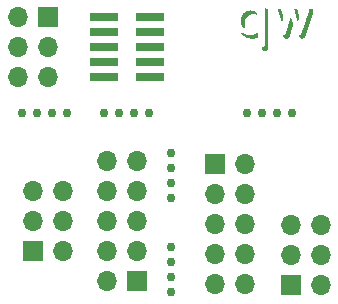
<source format=gbr>
%TF.GenerationSoftware,KiCad,Pcbnew,(6.0.0)*%
%TF.CreationDate,2022-04-27T09:06:16-05:00*%
%TF.ProjectId,adapters,61646170-7465-4727-932e-6b696361645f,rev?*%
%TF.SameCoordinates,Original*%
%TF.FileFunction,Soldermask,Top*%
%TF.FilePolarity,Negative*%
%FSLAX46Y46*%
G04 Gerber Fmt 4.6, Leading zero omitted, Abs format (unit mm)*
G04 Created by KiCad (PCBNEW (6.0.0)) date 2022-04-27 09:06:16*
%MOMM*%
%LPD*%
G01*
G04 APERTURE LIST*
%ADD10C,0.010000*%
%ADD11C,0.750000*%
%ADD12R,2.400000X0.740000*%
%ADD13R,1.700000X1.700000*%
%ADD14O,1.700000X1.700000*%
G04 APERTURE END LIST*
D10*
%TO.C,Ref\u002A\u002A*%
X36698996Y-13867508D02*
X36709068Y-13869149D01*
X36709068Y-13869149D02*
X36720835Y-13871581D01*
X36720835Y-13871581D02*
X36733236Y-13874597D01*
X36733236Y-13874597D02*
X36745208Y-13877991D01*
X36745208Y-13877991D02*
X36749641Y-13879409D01*
X36749641Y-13879409D02*
X36778077Y-13891186D01*
X36778077Y-13891186D02*
X36804422Y-13907048D01*
X36804422Y-13907048D02*
X36829373Y-13927431D01*
X36829373Y-13927431D02*
X36834704Y-13932525D01*
X36834704Y-13932525D02*
X36858429Y-13958122D01*
X36858429Y-13958122D02*
X36877573Y-13984082D01*
X36877573Y-13984082D02*
X36892619Y-14011163D01*
X36892619Y-14011163D02*
X36904048Y-14040128D01*
X36904048Y-14040128D02*
X36905126Y-14043531D01*
X36905126Y-14043531D02*
X36912045Y-14065875D01*
X36912045Y-14065875D02*
X36912759Y-15624165D01*
X36912759Y-15624165D02*
X36912811Y-15745319D01*
X36912811Y-15745319D02*
X36912853Y-15861419D01*
X36912853Y-15861419D02*
X36912885Y-15972492D01*
X36912885Y-15972492D02*
X36912907Y-16078564D01*
X36912907Y-16078564D02*
X36912919Y-16179662D01*
X36912919Y-16179662D02*
X36912921Y-16275812D01*
X36912921Y-16275812D02*
X36912913Y-16367039D01*
X36912913Y-16367039D02*
X36912894Y-16453371D01*
X36912894Y-16453371D02*
X36912866Y-16534834D01*
X36912866Y-16534834D02*
X36912828Y-16611455D01*
X36912828Y-16611455D02*
X36912779Y-16683258D01*
X36912779Y-16683258D02*
X36912720Y-16750272D01*
X36912720Y-16750272D02*
X36912651Y-16812522D01*
X36912651Y-16812522D02*
X36912571Y-16870035D01*
X36912571Y-16870035D02*
X36912482Y-16922836D01*
X36912482Y-16922836D02*
X36912382Y-16970953D01*
X36912382Y-16970953D02*
X36912271Y-17014412D01*
X36912271Y-17014412D02*
X36912150Y-17053239D01*
X36912150Y-17053239D02*
X36912019Y-17087460D01*
X36912019Y-17087460D02*
X36911877Y-17117102D01*
X36911877Y-17117102D02*
X36911725Y-17142191D01*
X36911725Y-17142191D02*
X36911562Y-17162754D01*
X36911562Y-17162754D02*
X36911389Y-17178817D01*
X36911389Y-17178817D02*
X36911205Y-17190405D01*
X36911205Y-17190405D02*
X36911010Y-17197547D01*
X36911010Y-17197547D02*
X36910847Y-17200075D01*
X36910847Y-17200075D02*
X36904713Y-17228797D01*
X36904713Y-17228797D02*
X36895037Y-17255134D01*
X36895037Y-17255134D02*
X36881413Y-17279861D01*
X36881413Y-17279861D02*
X36863434Y-17303752D01*
X36863434Y-17303752D02*
X36847476Y-17320962D01*
X36847476Y-17320962D02*
X36835679Y-17332523D01*
X36835679Y-17332523D02*
X36826040Y-17341218D01*
X36826040Y-17341218D02*
X36817352Y-17347981D01*
X36817352Y-17347981D02*
X36808405Y-17353748D01*
X36808405Y-17353748D02*
X36797989Y-17359454D01*
X36797989Y-17359454D02*
X36797187Y-17359869D01*
X36797187Y-17359869D02*
X36766394Y-17372897D01*
X36766394Y-17372897D02*
X36733598Y-17381345D01*
X36733598Y-17381345D02*
X36699104Y-17385158D01*
X36699104Y-17385158D02*
X36663219Y-17384281D01*
X36663219Y-17384281D02*
X36662034Y-17384173D01*
X36662034Y-17384173D02*
X36628154Y-17378695D01*
X36628154Y-17378695D02*
X36596437Y-17368942D01*
X36596437Y-17368942D02*
X36567182Y-17355212D01*
X36567182Y-17355212D02*
X36540691Y-17337804D01*
X36540691Y-17337804D02*
X36517266Y-17317019D01*
X36517266Y-17317019D02*
X36497206Y-17293154D01*
X36497206Y-17293154D02*
X36480815Y-17266511D01*
X36480815Y-17266511D02*
X36468392Y-17237387D01*
X36468392Y-17237387D02*
X36460240Y-17206081D01*
X36460240Y-17206081D02*
X36457053Y-17180550D01*
X36457053Y-17180550D02*
X36455542Y-17158325D01*
X36455542Y-17158325D02*
X36475075Y-17158325D01*
X36475075Y-17158325D02*
X36503465Y-17156112D01*
X36503465Y-17156112D02*
X36532314Y-17149780D01*
X36532314Y-17149780D02*
X36559983Y-17139785D01*
X36559983Y-17139785D02*
X36581662Y-17128563D01*
X36581662Y-17128563D02*
X36594028Y-17119908D01*
X36594028Y-17119908D02*
X36607975Y-17108300D01*
X36607975Y-17108300D02*
X36622206Y-17094973D01*
X36622206Y-17094973D02*
X36635422Y-17081158D01*
X36635422Y-17081158D02*
X36646323Y-17068086D01*
X36646323Y-17068086D02*
X36648442Y-17065209D01*
X36648442Y-17065209D02*
X36660043Y-17046575D01*
X36660043Y-17046575D02*
X36670603Y-17025141D01*
X36670603Y-17025141D02*
X36679044Y-17003185D01*
X36679044Y-17003185D02*
X36681308Y-16995765D01*
X36681308Y-16995765D02*
X36681626Y-16994516D01*
X36681626Y-16994516D02*
X36681930Y-16993003D01*
X36681930Y-16993003D02*
X36682219Y-16991108D01*
X36682219Y-16991108D02*
X36682494Y-16988709D01*
X36682494Y-16988709D02*
X36682756Y-16985688D01*
X36682756Y-16985688D02*
X36683004Y-16981925D01*
X36683004Y-16981925D02*
X36683240Y-16977300D01*
X36683240Y-16977300D02*
X36683463Y-16971694D01*
X36683463Y-16971694D02*
X36683674Y-16964987D01*
X36683674Y-16964987D02*
X36683873Y-16957059D01*
X36683873Y-16957059D02*
X36684061Y-16947792D01*
X36684061Y-16947792D02*
X36684238Y-16937065D01*
X36684238Y-16937065D02*
X36684405Y-16924758D01*
X36684405Y-16924758D02*
X36684562Y-16910753D01*
X36684562Y-16910753D02*
X36684708Y-16894929D01*
X36684708Y-16894929D02*
X36684846Y-16877168D01*
X36684846Y-16877168D02*
X36684974Y-16857348D01*
X36684974Y-16857348D02*
X36685094Y-16835352D01*
X36685094Y-16835352D02*
X36685206Y-16811058D01*
X36685206Y-16811058D02*
X36685309Y-16784348D01*
X36685309Y-16784348D02*
X36685406Y-16755102D01*
X36685406Y-16755102D02*
X36685495Y-16723201D01*
X36685495Y-16723201D02*
X36685578Y-16688524D01*
X36685578Y-16688524D02*
X36685654Y-16650953D01*
X36685654Y-16650953D02*
X36685725Y-16610367D01*
X36685725Y-16610367D02*
X36685790Y-16566647D01*
X36685790Y-16566647D02*
X36685849Y-16519673D01*
X36685849Y-16519673D02*
X36685904Y-16469327D01*
X36685904Y-16469327D02*
X36685955Y-16415487D01*
X36685955Y-16415487D02*
X36686002Y-16358035D01*
X36686002Y-16358035D02*
X36686045Y-16296852D01*
X36686045Y-16296852D02*
X36686085Y-16231816D01*
X36686085Y-16231816D02*
X36686122Y-16162810D01*
X36686122Y-16162810D02*
X36686157Y-16089712D01*
X36686157Y-16089712D02*
X36686190Y-16012405D01*
X36686190Y-16012405D02*
X36686221Y-15930767D01*
X36686221Y-15930767D02*
X36686251Y-15844680D01*
X36686251Y-15844680D02*
X36686280Y-15754024D01*
X36686280Y-15754024D02*
X36686308Y-15658679D01*
X36686308Y-15658679D02*
X36686336Y-15558525D01*
X36686336Y-15558525D02*
X36686365Y-15453444D01*
X36686365Y-15453444D02*
X36686373Y-15424039D01*
X36686373Y-15424039D02*
X36686399Y-15335361D01*
X36686399Y-15335361D02*
X36686429Y-15247946D01*
X36686429Y-15247946D02*
X36686463Y-15161929D01*
X36686463Y-15161929D02*
X36686500Y-15077451D01*
X36686500Y-15077451D02*
X36686542Y-14994647D01*
X36686542Y-14994647D02*
X36686586Y-14913655D01*
X36686586Y-14913655D02*
X36686634Y-14834614D01*
X36686634Y-14834614D02*
X36686686Y-14757661D01*
X36686686Y-14757661D02*
X36686740Y-14682932D01*
X36686740Y-14682932D02*
X36686797Y-14610567D01*
X36686797Y-14610567D02*
X36686857Y-14540702D01*
X36686857Y-14540702D02*
X36686919Y-14473475D01*
X36686919Y-14473475D02*
X36686983Y-14409024D01*
X36686983Y-14409024D02*
X36687050Y-14347486D01*
X36687050Y-14347486D02*
X36687119Y-14288999D01*
X36687119Y-14288999D02*
X36687189Y-14233701D01*
X36687189Y-14233701D02*
X36687262Y-14181728D01*
X36687262Y-14181728D02*
X36687335Y-14133219D01*
X36687335Y-14133219D02*
X36687411Y-14088311D01*
X36687411Y-14088311D02*
X36687487Y-14047142D01*
X36687487Y-14047142D02*
X36687564Y-14009850D01*
X36687564Y-14009850D02*
X36687643Y-13976571D01*
X36687643Y-13976571D02*
X36687722Y-13947444D01*
X36687722Y-13947444D02*
X36687802Y-13922606D01*
X36687802Y-13922606D02*
X36687882Y-13902195D01*
X36687882Y-13902195D02*
X36687962Y-13886348D01*
X36687962Y-13886348D02*
X36688043Y-13875204D01*
X36688043Y-13875204D02*
X36688123Y-13868898D01*
X36688123Y-13868898D02*
X36688183Y-13867428D01*
X36688183Y-13867428D02*
X36691680Y-13866865D01*
X36691680Y-13866865D02*
X36698996Y-13867508D01*
X36698996Y-13867508D02*
X36698996Y-13867508D01*
G36*
X36698996Y-13867508D02*
G01*
X36709068Y-13869149D01*
X36720835Y-13871581D01*
X36733236Y-13874597D01*
X36745208Y-13877991D01*
X36749641Y-13879409D01*
X36778077Y-13891186D01*
X36804422Y-13907048D01*
X36829373Y-13927431D01*
X36834704Y-13932525D01*
X36858429Y-13958122D01*
X36877573Y-13984082D01*
X36892619Y-14011163D01*
X36904048Y-14040128D01*
X36905126Y-14043531D01*
X36912045Y-14065875D01*
X36912759Y-15624165D01*
X36912811Y-15745319D01*
X36912853Y-15861419D01*
X36912885Y-15972492D01*
X36912907Y-16078564D01*
X36912919Y-16179662D01*
X36912921Y-16275812D01*
X36912913Y-16367039D01*
X36912894Y-16453371D01*
X36912866Y-16534834D01*
X36912828Y-16611455D01*
X36912779Y-16683258D01*
X36912720Y-16750272D01*
X36912651Y-16812522D01*
X36912571Y-16870035D01*
X36912482Y-16922836D01*
X36912382Y-16970953D01*
X36912271Y-17014412D01*
X36912150Y-17053239D01*
X36912019Y-17087460D01*
X36911877Y-17117102D01*
X36911725Y-17142191D01*
X36911562Y-17162754D01*
X36911389Y-17178817D01*
X36911205Y-17190405D01*
X36911010Y-17197547D01*
X36910847Y-17200075D01*
X36904713Y-17228797D01*
X36895037Y-17255134D01*
X36881413Y-17279861D01*
X36863434Y-17303752D01*
X36847476Y-17320962D01*
X36835679Y-17332523D01*
X36826040Y-17341218D01*
X36817352Y-17347981D01*
X36808405Y-17353748D01*
X36797989Y-17359454D01*
X36797187Y-17359869D01*
X36766394Y-17372897D01*
X36733598Y-17381345D01*
X36699104Y-17385158D01*
X36663219Y-17384281D01*
X36662034Y-17384173D01*
X36628154Y-17378695D01*
X36596437Y-17368942D01*
X36567182Y-17355212D01*
X36540691Y-17337804D01*
X36517266Y-17317019D01*
X36497206Y-17293154D01*
X36480815Y-17266511D01*
X36468392Y-17237387D01*
X36460240Y-17206081D01*
X36457053Y-17180550D01*
X36455542Y-17158325D01*
X36475075Y-17158325D01*
X36503465Y-17156112D01*
X36532314Y-17149780D01*
X36559983Y-17139785D01*
X36581662Y-17128563D01*
X36594028Y-17119908D01*
X36607975Y-17108300D01*
X36622206Y-17094973D01*
X36635422Y-17081158D01*
X36646323Y-17068086D01*
X36648442Y-17065209D01*
X36660043Y-17046575D01*
X36670603Y-17025141D01*
X36679044Y-17003185D01*
X36681308Y-16995765D01*
X36681626Y-16994516D01*
X36681930Y-16993003D01*
X36682219Y-16991108D01*
X36682494Y-16988709D01*
X36682756Y-16985688D01*
X36683004Y-16981925D01*
X36683240Y-16977300D01*
X36683463Y-16971694D01*
X36683674Y-16964987D01*
X36683873Y-16957059D01*
X36684061Y-16947792D01*
X36684238Y-16937065D01*
X36684405Y-16924758D01*
X36684562Y-16910753D01*
X36684708Y-16894929D01*
X36684846Y-16877168D01*
X36684974Y-16857348D01*
X36685094Y-16835352D01*
X36685206Y-16811058D01*
X36685309Y-16784348D01*
X36685406Y-16755102D01*
X36685495Y-16723201D01*
X36685578Y-16688524D01*
X36685654Y-16650953D01*
X36685725Y-16610367D01*
X36685790Y-16566647D01*
X36685849Y-16519673D01*
X36685904Y-16469327D01*
X36685955Y-16415487D01*
X36686002Y-16358035D01*
X36686045Y-16296852D01*
X36686085Y-16231816D01*
X36686122Y-16162810D01*
X36686157Y-16089712D01*
X36686190Y-16012405D01*
X36686221Y-15930767D01*
X36686251Y-15844680D01*
X36686280Y-15754024D01*
X36686308Y-15658679D01*
X36686336Y-15558525D01*
X36686365Y-15453444D01*
X36686373Y-15424039D01*
X36686399Y-15335361D01*
X36686429Y-15247946D01*
X36686463Y-15161929D01*
X36686500Y-15077451D01*
X36686542Y-14994647D01*
X36686586Y-14913655D01*
X36686634Y-14834614D01*
X36686686Y-14757661D01*
X36686740Y-14682932D01*
X36686797Y-14610567D01*
X36686857Y-14540702D01*
X36686919Y-14473475D01*
X36686983Y-14409024D01*
X36687050Y-14347486D01*
X36687119Y-14288999D01*
X36687189Y-14233701D01*
X36687262Y-14181728D01*
X36687335Y-14133219D01*
X36687411Y-14088311D01*
X36687487Y-14047142D01*
X36687564Y-14009850D01*
X36687643Y-13976571D01*
X36687722Y-13947444D01*
X36687802Y-13922606D01*
X36687882Y-13902195D01*
X36687962Y-13886348D01*
X36688043Y-13875204D01*
X36688123Y-13868898D01*
X36688183Y-13867428D01*
X36691680Y-13866865D01*
X36698996Y-13867508D01*
G37*
X36698996Y-13867508D02*
X36709068Y-13869149D01*
X36720835Y-13871581D01*
X36733236Y-13874597D01*
X36745208Y-13877991D01*
X36749641Y-13879409D01*
X36778077Y-13891186D01*
X36804422Y-13907048D01*
X36829373Y-13927431D01*
X36834704Y-13932525D01*
X36858429Y-13958122D01*
X36877573Y-13984082D01*
X36892619Y-14011163D01*
X36904048Y-14040128D01*
X36905126Y-14043531D01*
X36912045Y-14065875D01*
X36912759Y-15624165D01*
X36912811Y-15745319D01*
X36912853Y-15861419D01*
X36912885Y-15972492D01*
X36912907Y-16078564D01*
X36912919Y-16179662D01*
X36912921Y-16275812D01*
X36912913Y-16367039D01*
X36912894Y-16453371D01*
X36912866Y-16534834D01*
X36912828Y-16611455D01*
X36912779Y-16683258D01*
X36912720Y-16750272D01*
X36912651Y-16812522D01*
X36912571Y-16870035D01*
X36912482Y-16922836D01*
X36912382Y-16970953D01*
X36912271Y-17014412D01*
X36912150Y-17053239D01*
X36912019Y-17087460D01*
X36911877Y-17117102D01*
X36911725Y-17142191D01*
X36911562Y-17162754D01*
X36911389Y-17178817D01*
X36911205Y-17190405D01*
X36911010Y-17197547D01*
X36910847Y-17200075D01*
X36904713Y-17228797D01*
X36895037Y-17255134D01*
X36881413Y-17279861D01*
X36863434Y-17303752D01*
X36847476Y-17320962D01*
X36835679Y-17332523D01*
X36826040Y-17341218D01*
X36817352Y-17347981D01*
X36808405Y-17353748D01*
X36797989Y-17359454D01*
X36797187Y-17359869D01*
X36766394Y-17372897D01*
X36733598Y-17381345D01*
X36699104Y-17385158D01*
X36663219Y-17384281D01*
X36662034Y-17384173D01*
X36628154Y-17378695D01*
X36596437Y-17368942D01*
X36567182Y-17355212D01*
X36540691Y-17337804D01*
X36517266Y-17317019D01*
X36497206Y-17293154D01*
X36480815Y-17266511D01*
X36468392Y-17237387D01*
X36460240Y-17206081D01*
X36457053Y-17180550D01*
X36455542Y-17158325D01*
X36475075Y-17158325D01*
X36503465Y-17156112D01*
X36532314Y-17149780D01*
X36559983Y-17139785D01*
X36581662Y-17128563D01*
X36594028Y-17119908D01*
X36607975Y-17108300D01*
X36622206Y-17094973D01*
X36635422Y-17081158D01*
X36646323Y-17068086D01*
X36648442Y-17065209D01*
X36660043Y-17046575D01*
X36670603Y-17025141D01*
X36679044Y-17003185D01*
X36681308Y-16995765D01*
X36681626Y-16994516D01*
X36681930Y-16993003D01*
X36682219Y-16991108D01*
X36682494Y-16988709D01*
X36682756Y-16985688D01*
X36683004Y-16981925D01*
X36683240Y-16977300D01*
X36683463Y-16971694D01*
X36683674Y-16964987D01*
X36683873Y-16957059D01*
X36684061Y-16947792D01*
X36684238Y-16937065D01*
X36684405Y-16924758D01*
X36684562Y-16910753D01*
X36684708Y-16894929D01*
X36684846Y-16877168D01*
X36684974Y-16857348D01*
X36685094Y-16835352D01*
X36685206Y-16811058D01*
X36685309Y-16784348D01*
X36685406Y-16755102D01*
X36685495Y-16723201D01*
X36685578Y-16688524D01*
X36685654Y-16650953D01*
X36685725Y-16610367D01*
X36685790Y-16566647D01*
X36685849Y-16519673D01*
X36685904Y-16469327D01*
X36685955Y-16415487D01*
X36686002Y-16358035D01*
X36686045Y-16296852D01*
X36686085Y-16231816D01*
X36686122Y-16162810D01*
X36686157Y-16089712D01*
X36686190Y-16012405D01*
X36686221Y-15930767D01*
X36686251Y-15844680D01*
X36686280Y-15754024D01*
X36686308Y-15658679D01*
X36686336Y-15558525D01*
X36686365Y-15453444D01*
X36686373Y-15424039D01*
X36686399Y-15335361D01*
X36686429Y-15247946D01*
X36686463Y-15161929D01*
X36686500Y-15077451D01*
X36686542Y-14994647D01*
X36686586Y-14913655D01*
X36686634Y-14834614D01*
X36686686Y-14757661D01*
X36686740Y-14682932D01*
X36686797Y-14610567D01*
X36686857Y-14540702D01*
X36686919Y-14473475D01*
X36686983Y-14409024D01*
X36687050Y-14347486D01*
X36687119Y-14288999D01*
X36687189Y-14233701D01*
X36687262Y-14181728D01*
X36687335Y-14133219D01*
X36687411Y-14088311D01*
X36687487Y-14047142D01*
X36687564Y-14009850D01*
X36687643Y-13976571D01*
X36687722Y-13947444D01*
X36687802Y-13922606D01*
X36687882Y-13902195D01*
X36687962Y-13886348D01*
X36688043Y-13875204D01*
X36688123Y-13868898D01*
X36688183Y-13867428D01*
X36691680Y-13866865D01*
X36698996Y-13867508D01*
X34698832Y-15908355D02*
X34704217Y-15911909D01*
X34704217Y-15911909D02*
X34711795Y-15917383D01*
X34711795Y-15917383D02*
X34717670Y-15921831D01*
X34717670Y-15921831D02*
X34743400Y-15941078D01*
X34743400Y-15941078D02*
X34768055Y-15958227D01*
X34768055Y-15958227D02*
X34792922Y-15974077D01*
X34792922Y-15974077D02*
X34819288Y-15989425D01*
X34819288Y-15989425D02*
X34848438Y-16005071D01*
X34848438Y-16005071D02*
X34867524Y-16014794D01*
X34867524Y-16014794D02*
X34929664Y-16043418D01*
X34929664Y-16043418D02*
X34993569Y-16067814D01*
X34993569Y-16067814D02*
X35059615Y-16088093D01*
X35059615Y-16088093D02*
X35128179Y-16104365D01*
X35128179Y-16104365D02*
X35199639Y-16116739D01*
X35199639Y-16116739D02*
X35232014Y-16120967D01*
X35232014Y-16120967D02*
X35248663Y-16122547D01*
X35248663Y-16122547D02*
X35269381Y-16123898D01*
X35269381Y-16123898D02*
X35293160Y-16125003D01*
X35293160Y-16125003D02*
X35318995Y-16125845D01*
X35318995Y-16125845D02*
X35345879Y-16126409D01*
X35345879Y-16126409D02*
X35372803Y-16126677D01*
X35372803Y-16126677D02*
X35398763Y-16126633D01*
X35398763Y-16126633D02*
X35422750Y-16126259D01*
X35422750Y-16126259D02*
X35443759Y-16125540D01*
X35443759Y-16125540D02*
X35457746Y-16124705D01*
X35457746Y-16124705D02*
X35533077Y-16116722D01*
X35533077Y-16116722D02*
X35605720Y-16104439D01*
X35605720Y-16104439D02*
X35675709Y-16087843D01*
X35675709Y-16087843D02*
X35743076Y-16066926D01*
X35743076Y-16066926D02*
X35807854Y-16041675D01*
X35807854Y-16041675D02*
X35870075Y-16012080D01*
X35870075Y-16012080D02*
X35929773Y-15978131D01*
X35929773Y-15978131D02*
X35953533Y-15962947D01*
X35953533Y-15962947D02*
X35965304Y-15955250D01*
X35965304Y-15955250D02*
X35975725Y-15948578D01*
X35975725Y-15948578D02*
X35984003Y-15943427D01*
X35984003Y-15943427D02*
X35989345Y-15940293D01*
X35989345Y-15940293D02*
X35990839Y-15939581D01*
X35990839Y-15939581D02*
X35991486Y-15940360D01*
X35991486Y-15940360D02*
X35992044Y-15943259D01*
X35992044Y-15943259D02*
X35992520Y-15948577D01*
X35992520Y-15948577D02*
X35992919Y-15956613D01*
X35992919Y-15956613D02*
X35993246Y-15967667D01*
X35993246Y-15967667D02*
X35993507Y-15982037D01*
X35993507Y-15982037D02*
X35993707Y-16000024D01*
X35993707Y-16000024D02*
X35993852Y-16021926D01*
X35993852Y-16021926D02*
X35993948Y-16048043D01*
X35993948Y-16048043D02*
X35994000Y-16078674D01*
X35994000Y-16078674D02*
X35994014Y-16110000D01*
X35994014Y-16110000D02*
X35994014Y-16281247D01*
X35994014Y-16281247D02*
X35951469Y-16295500D01*
X35951469Y-16295500D02*
X35892428Y-16313680D01*
X35892428Y-16313680D02*
X35834430Y-16328178D01*
X35834430Y-16328178D02*
X35775553Y-16339438D01*
X35775553Y-16339438D02*
X35734063Y-16345466D01*
X35734063Y-16345466D02*
X35717758Y-16347334D01*
X35717758Y-16347334D02*
X35698693Y-16349155D01*
X35698693Y-16349155D02*
X35677943Y-16350860D01*
X35677943Y-16350860D02*
X35656581Y-16352381D01*
X35656581Y-16352381D02*
X35635683Y-16353647D01*
X35635683Y-16353647D02*
X35616324Y-16354589D01*
X35616324Y-16354589D02*
X35599579Y-16355138D01*
X35599579Y-16355138D02*
X35586523Y-16355224D01*
X35586523Y-16355224D02*
X35583804Y-16355160D01*
X35583804Y-16355160D02*
X35573346Y-16354817D01*
X35573346Y-16354817D02*
X35560575Y-16354394D01*
X35560575Y-16354394D02*
X35548253Y-16353984D01*
X35548253Y-16353984D02*
X35548244Y-16353984D01*
X35548244Y-16353984D02*
X35471956Y-16349012D01*
X35471956Y-16349012D02*
X35397316Y-16339277D01*
X35397316Y-16339277D02*
X35324430Y-16324827D01*
X35324430Y-16324827D02*
X35253405Y-16305710D01*
X35253405Y-16305710D02*
X35184349Y-16281976D01*
X35184349Y-16281976D02*
X35117367Y-16253674D01*
X35117367Y-16253674D02*
X35052568Y-16220852D01*
X35052568Y-16220852D02*
X34990057Y-16183559D01*
X34990057Y-16183559D02*
X34929943Y-16141843D01*
X34929943Y-16141843D02*
X34872331Y-16095754D01*
X34872331Y-16095754D02*
X34817329Y-16045341D01*
X34817329Y-16045341D02*
X34774147Y-16000698D01*
X34774147Y-16000698D02*
X34762805Y-15988152D01*
X34762805Y-15988152D02*
X34751063Y-15974857D01*
X34751063Y-15974857D02*
X34739384Y-15961369D01*
X34739384Y-15961369D02*
X34728230Y-15948243D01*
X34728230Y-15948243D02*
X34718062Y-15936035D01*
X34718062Y-15936035D02*
X34709342Y-15925300D01*
X34709342Y-15925300D02*
X34702532Y-15916595D01*
X34702532Y-15916595D02*
X34698095Y-15910474D01*
X34698095Y-15910474D02*
X34696491Y-15907493D01*
X34696491Y-15907493D02*
X34696537Y-15907334D01*
X34696537Y-15907334D02*
X34698832Y-15908355D01*
X34698832Y-15908355D02*
X34698832Y-15908355D01*
G36*
X34698832Y-15908355D02*
G01*
X34704217Y-15911909D01*
X34711795Y-15917383D01*
X34717670Y-15921831D01*
X34743400Y-15941078D01*
X34768055Y-15958227D01*
X34792922Y-15974077D01*
X34819288Y-15989425D01*
X34848438Y-16005071D01*
X34867524Y-16014794D01*
X34929664Y-16043418D01*
X34993569Y-16067814D01*
X35059615Y-16088093D01*
X35128179Y-16104365D01*
X35199639Y-16116739D01*
X35232014Y-16120967D01*
X35248663Y-16122547D01*
X35269381Y-16123898D01*
X35293160Y-16125003D01*
X35318995Y-16125845D01*
X35345879Y-16126409D01*
X35372803Y-16126677D01*
X35398763Y-16126633D01*
X35422750Y-16126259D01*
X35443759Y-16125540D01*
X35457746Y-16124705D01*
X35533077Y-16116722D01*
X35605720Y-16104439D01*
X35675709Y-16087843D01*
X35743076Y-16066926D01*
X35807854Y-16041675D01*
X35870075Y-16012080D01*
X35929773Y-15978131D01*
X35953533Y-15962947D01*
X35965304Y-15955250D01*
X35975725Y-15948578D01*
X35984003Y-15943427D01*
X35989345Y-15940293D01*
X35990839Y-15939581D01*
X35991486Y-15940360D01*
X35992044Y-15943259D01*
X35992520Y-15948577D01*
X35992919Y-15956613D01*
X35993246Y-15967667D01*
X35993507Y-15982037D01*
X35993707Y-16000024D01*
X35993852Y-16021926D01*
X35993948Y-16048043D01*
X35994000Y-16078674D01*
X35994014Y-16110000D01*
X35994014Y-16281247D01*
X35951469Y-16295500D01*
X35892428Y-16313680D01*
X35834430Y-16328178D01*
X35775553Y-16339438D01*
X35734063Y-16345466D01*
X35717758Y-16347334D01*
X35698693Y-16349155D01*
X35677943Y-16350860D01*
X35656581Y-16352381D01*
X35635683Y-16353647D01*
X35616324Y-16354589D01*
X35599579Y-16355138D01*
X35586523Y-16355224D01*
X35583804Y-16355160D01*
X35573346Y-16354817D01*
X35560575Y-16354394D01*
X35548253Y-16353984D01*
X35548244Y-16353984D01*
X35471956Y-16349012D01*
X35397316Y-16339277D01*
X35324430Y-16324827D01*
X35253405Y-16305710D01*
X35184349Y-16281976D01*
X35117367Y-16253674D01*
X35052568Y-16220852D01*
X34990057Y-16183559D01*
X34929943Y-16141843D01*
X34872331Y-16095754D01*
X34817329Y-16045341D01*
X34774147Y-16000698D01*
X34762805Y-15988152D01*
X34751063Y-15974857D01*
X34739384Y-15961369D01*
X34728230Y-15948243D01*
X34718062Y-15936035D01*
X34709342Y-15925300D01*
X34702532Y-15916595D01*
X34698095Y-15910474D01*
X34696491Y-15907493D01*
X34696537Y-15907334D01*
X34698832Y-15908355D01*
G37*
X34698832Y-15908355D02*
X34704217Y-15911909D01*
X34711795Y-15917383D01*
X34717670Y-15921831D01*
X34743400Y-15941078D01*
X34768055Y-15958227D01*
X34792922Y-15974077D01*
X34819288Y-15989425D01*
X34848438Y-16005071D01*
X34867524Y-16014794D01*
X34929664Y-16043418D01*
X34993569Y-16067814D01*
X35059615Y-16088093D01*
X35128179Y-16104365D01*
X35199639Y-16116739D01*
X35232014Y-16120967D01*
X35248663Y-16122547D01*
X35269381Y-16123898D01*
X35293160Y-16125003D01*
X35318995Y-16125845D01*
X35345879Y-16126409D01*
X35372803Y-16126677D01*
X35398763Y-16126633D01*
X35422750Y-16126259D01*
X35443759Y-16125540D01*
X35457746Y-16124705D01*
X35533077Y-16116722D01*
X35605720Y-16104439D01*
X35675709Y-16087843D01*
X35743076Y-16066926D01*
X35807854Y-16041675D01*
X35870075Y-16012080D01*
X35929773Y-15978131D01*
X35953533Y-15962947D01*
X35965304Y-15955250D01*
X35975725Y-15948578D01*
X35984003Y-15943427D01*
X35989345Y-15940293D01*
X35990839Y-15939581D01*
X35991486Y-15940360D01*
X35992044Y-15943259D01*
X35992520Y-15948577D01*
X35992919Y-15956613D01*
X35993246Y-15967667D01*
X35993507Y-15982037D01*
X35993707Y-16000024D01*
X35993852Y-16021926D01*
X35993948Y-16048043D01*
X35994000Y-16078674D01*
X35994014Y-16110000D01*
X35994014Y-16281247D01*
X35951469Y-16295500D01*
X35892428Y-16313680D01*
X35834430Y-16328178D01*
X35775553Y-16339438D01*
X35734063Y-16345466D01*
X35717758Y-16347334D01*
X35698693Y-16349155D01*
X35677943Y-16350860D01*
X35656581Y-16352381D01*
X35635683Y-16353647D01*
X35616324Y-16354589D01*
X35599579Y-16355138D01*
X35586523Y-16355224D01*
X35583804Y-16355160D01*
X35573346Y-16354817D01*
X35560575Y-16354394D01*
X35548253Y-16353984D01*
X35548244Y-16353984D01*
X35471956Y-16349012D01*
X35397316Y-16339277D01*
X35324430Y-16324827D01*
X35253405Y-16305710D01*
X35184349Y-16281976D01*
X35117367Y-16253674D01*
X35052568Y-16220852D01*
X34990057Y-16183559D01*
X34929943Y-16141843D01*
X34872331Y-16095754D01*
X34817329Y-16045341D01*
X34774147Y-16000698D01*
X34762805Y-15988152D01*
X34751063Y-15974857D01*
X34739384Y-15961369D01*
X34728230Y-15948243D01*
X34718062Y-15936035D01*
X34709342Y-15925300D01*
X34702532Y-15916595D01*
X34698095Y-15910474D01*
X34696491Y-15907493D01*
X34696537Y-15907334D01*
X34698832Y-15908355D01*
X40544343Y-13882589D02*
X40565849Y-13884722D01*
X40565849Y-13884722D02*
X40585491Y-13888133D01*
X40585491Y-13888133D02*
X40590144Y-13889240D01*
X40590144Y-13889240D02*
X40618272Y-13898769D01*
X40618272Y-13898769D02*
X40643132Y-13912050D01*
X40643132Y-13912050D02*
X40664623Y-13928864D01*
X40664623Y-13928864D02*
X40682646Y-13948994D01*
X40682646Y-13948994D02*
X40697100Y-13972221D01*
X40697100Y-13972221D02*
X40707886Y-13998327D01*
X40707886Y-13998327D02*
X40714905Y-14027094D01*
X40714905Y-14027094D02*
X40718057Y-14058303D01*
X40718057Y-14058303D02*
X40717241Y-14091736D01*
X40717241Y-14091736D02*
X40712359Y-14127176D01*
X40712359Y-14127176D02*
X40707976Y-14147155D01*
X40707976Y-14147155D02*
X40706575Y-14151981D01*
X40706575Y-14151981D02*
X40703636Y-14161384D01*
X40703636Y-14161384D02*
X40699224Y-14175172D01*
X40699224Y-14175172D02*
X40693404Y-14193153D01*
X40693404Y-14193153D02*
X40686239Y-14215133D01*
X40686239Y-14215133D02*
X40677795Y-14240920D01*
X40677795Y-14240920D02*
X40668134Y-14270323D01*
X40668134Y-14270323D02*
X40657322Y-14303148D01*
X40657322Y-14303148D02*
X40645422Y-14339203D01*
X40645422Y-14339203D02*
X40632499Y-14378296D01*
X40632499Y-14378296D02*
X40618618Y-14420234D01*
X40618618Y-14420234D02*
X40603842Y-14464826D01*
X40603842Y-14464826D02*
X40588235Y-14511877D01*
X40588235Y-14511877D02*
X40571863Y-14561197D01*
X40571863Y-14561197D02*
X40554789Y-14612592D01*
X40554789Y-14612592D02*
X40537077Y-14665870D01*
X40537077Y-14665870D02*
X40518792Y-14720839D01*
X40518792Y-14720839D02*
X40499998Y-14777307D01*
X40499998Y-14777307D02*
X40480759Y-14835080D01*
X40480759Y-14835080D02*
X40461140Y-14893967D01*
X40461140Y-14893967D02*
X40441205Y-14953775D01*
X40441205Y-14953775D02*
X40421018Y-15014311D01*
X40421018Y-15014311D02*
X40400643Y-15075384D01*
X40400643Y-15075384D02*
X40380144Y-15136801D01*
X40380144Y-15136801D02*
X40359587Y-15198369D01*
X40359587Y-15198369D02*
X40339034Y-15259895D01*
X40339034Y-15259895D02*
X40318551Y-15321189D01*
X40318551Y-15321189D02*
X40298202Y-15382056D01*
X40298202Y-15382056D02*
X40278050Y-15442305D01*
X40278050Y-15442305D02*
X40258161Y-15501744D01*
X40258161Y-15501744D02*
X40238597Y-15560179D01*
X40238597Y-15560179D02*
X40219425Y-15617419D01*
X40219425Y-15617419D02*
X40200708Y-15673270D01*
X40200708Y-15673270D02*
X40182509Y-15727541D01*
X40182509Y-15727541D02*
X40164895Y-15780040D01*
X40164895Y-15780040D02*
X40147927Y-15830573D01*
X40147927Y-15830573D02*
X40131672Y-15878948D01*
X40131672Y-15878948D02*
X40116193Y-15924973D01*
X40116193Y-15924973D02*
X40101555Y-15968456D01*
X40101555Y-15968456D02*
X40087822Y-16009203D01*
X40087822Y-16009203D02*
X40075057Y-16047024D01*
X40075057Y-16047024D02*
X40063326Y-16081724D01*
X40063326Y-16081724D02*
X40052692Y-16113112D01*
X40052692Y-16113112D02*
X40043220Y-16140996D01*
X40043220Y-16140996D02*
X40034974Y-16165182D01*
X40034974Y-16165182D02*
X40028019Y-16185479D01*
X40028019Y-16185479D02*
X40022418Y-16201694D01*
X40022418Y-16201694D02*
X40018235Y-16213634D01*
X40018235Y-16213634D02*
X40015536Y-16221108D01*
X40015536Y-16221108D02*
X40014462Y-16223794D01*
X40014462Y-16223794D02*
X39997740Y-16251017D01*
X39997740Y-16251017D02*
X39977512Y-16274696D01*
X39977512Y-16274696D02*
X39954036Y-16294701D01*
X39954036Y-16294701D02*
X39927569Y-16310903D01*
X39927569Y-16310903D02*
X39898369Y-16323170D01*
X39898369Y-16323170D02*
X39866692Y-16331372D01*
X39866692Y-16331372D02*
X39832797Y-16335380D01*
X39832797Y-16335380D02*
X39796941Y-16335061D01*
X39796941Y-16335061D02*
X39795124Y-16334931D01*
X39795124Y-16334931D02*
X39764000Y-16330232D01*
X39764000Y-16330232D02*
X39733350Y-16321051D01*
X39733350Y-16321051D02*
X39704014Y-16307818D01*
X39704014Y-16307818D02*
X39676832Y-16290961D01*
X39676832Y-16290961D02*
X39652642Y-16270908D01*
X39652642Y-16270908D02*
X39637304Y-16254434D01*
X39637304Y-16254434D02*
X39625937Y-16239146D01*
X39625937Y-16239146D02*
X39616191Y-16222435D01*
X39616191Y-16222435D02*
X39607643Y-16203370D01*
X39607643Y-16203370D02*
X39599871Y-16181019D01*
X39599871Y-16181019D02*
X39592994Y-16156554D01*
X39592994Y-16156554D02*
X39589424Y-16142792D01*
X39589424Y-16142792D02*
X39586234Y-16130659D01*
X39586234Y-16130659D02*
X39583664Y-16121054D01*
X39583664Y-16121054D02*
X39581952Y-16114873D01*
X39581952Y-16114873D02*
X39581406Y-16113100D01*
X39581406Y-16113100D02*
X39582394Y-16111596D01*
X39582394Y-16111596D02*
X39586979Y-16110401D01*
X39586979Y-16110401D02*
X39595656Y-16109433D01*
X39595656Y-16109433D02*
X39608917Y-16108611D01*
X39608917Y-16108611D02*
X39608935Y-16108610D01*
X39608935Y-16108610D02*
X39624115Y-16107420D01*
X39624115Y-16107420D02*
X39639541Y-16105460D01*
X39639541Y-16105460D02*
X39653000Y-16103035D01*
X39653000Y-16103035D02*
X39657403Y-16101985D01*
X39657403Y-16101985D02*
X39687628Y-16091490D01*
X39687628Y-16091490D02*
X39715603Y-16076706D01*
X39715603Y-16076706D02*
X39740854Y-16058010D01*
X39740854Y-16058010D02*
X39762911Y-16035777D01*
X39762911Y-16035777D02*
X39781300Y-16010383D01*
X39781300Y-16010383D02*
X39788402Y-15997734D01*
X39788402Y-15997734D02*
X39789807Y-15994160D01*
X39789807Y-15994160D02*
X39792749Y-15985957D01*
X39792749Y-15985957D02*
X39797163Y-15973318D01*
X39797163Y-15973318D02*
X39802986Y-15956438D01*
X39802986Y-15956438D02*
X39810153Y-15935507D01*
X39810153Y-15935507D02*
X39818598Y-15910719D01*
X39818598Y-15910719D02*
X39828259Y-15882267D01*
X39828259Y-15882267D02*
X39839071Y-15850344D01*
X39839071Y-15850344D02*
X39850969Y-15815141D01*
X39850969Y-15815141D02*
X39863888Y-15776854D01*
X39863888Y-15776854D02*
X39877766Y-15735673D01*
X39877766Y-15735673D02*
X39892536Y-15691791D01*
X39892536Y-15691791D02*
X39908135Y-15645403D01*
X39908135Y-15645403D02*
X39924498Y-15596699D01*
X39924498Y-15596699D02*
X39941561Y-15545874D01*
X39941561Y-15545874D02*
X39959260Y-15493120D01*
X39959260Y-15493120D02*
X39977530Y-15438629D01*
X39977530Y-15438629D02*
X39996307Y-15382595D01*
X39996307Y-15382595D02*
X40015526Y-15325211D01*
X40015526Y-15325211D02*
X40035123Y-15266668D01*
X40035123Y-15266668D02*
X40055034Y-15207160D01*
X40055034Y-15207160D02*
X40075194Y-15146880D01*
X40075194Y-15146880D02*
X40095539Y-15086021D01*
X40095539Y-15086021D02*
X40116004Y-15024775D01*
X40116004Y-15024775D02*
X40136526Y-14963335D01*
X40136526Y-14963335D02*
X40157039Y-14901894D01*
X40157039Y-14901894D02*
X40177479Y-14840644D01*
X40177479Y-14840644D02*
X40197783Y-14779779D01*
X40197783Y-14779779D02*
X40217885Y-14719491D01*
X40217885Y-14719491D02*
X40237721Y-14659974D01*
X40237721Y-14659974D02*
X40257227Y-14601419D01*
X40257227Y-14601419D02*
X40276338Y-14544020D01*
X40276338Y-14544020D02*
X40294990Y-14487969D01*
X40294990Y-14487969D02*
X40313119Y-14433460D01*
X40313119Y-14433460D02*
X40330661Y-14380685D01*
X40330661Y-14380685D02*
X40347550Y-14329836D01*
X40347550Y-14329836D02*
X40363722Y-14281107D01*
X40363722Y-14281107D02*
X40379114Y-14234691D01*
X40379114Y-14234691D02*
X40393660Y-14190780D01*
X40393660Y-14190780D02*
X40407296Y-14149567D01*
X40407296Y-14149567D02*
X40419959Y-14111245D01*
X40419959Y-14111245D02*
X40431583Y-14076006D01*
X40431583Y-14076006D02*
X40442104Y-14044044D01*
X40442104Y-14044044D02*
X40451458Y-14015551D01*
X40451458Y-14015551D02*
X40459581Y-13990720D01*
X40459581Y-13990720D02*
X40466407Y-13969744D01*
X40466407Y-13969744D02*
X40471873Y-13952816D01*
X40471873Y-13952816D02*
X40475914Y-13940128D01*
X40475914Y-13940128D02*
X40478466Y-13931873D01*
X40478466Y-13931873D02*
X40479362Y-13928715D01*
X40479362Y-13928715D02*
X40482020Y-13917303D01*
X40482020Y-13917303D02*
X40484378Y-13906077D01*
X40484378Y-13906077D02*
X40485971Y-13897269D01*
X40485971Y-13897269D02*
X40486085Y-13896504D01*
X40486085Y-13896504D02*
X40487798Y-13884613D01*
X40487798Y-13884613D02*
X40504568Y-13882817D01*
X40504568Y-13882817D02*
X40523180Y-13881899D01*
X40523180Y-13881899D02*
X40544343Y-13882589D01*
X40544343Y-13882589D02*
X40544343Y-13882589D01*
G36*
X40544343Y-13882589D02*
G01*
X40565849Y-13884722D01*
X40585491Y-13888133D01*
X40590144Y-13889240D01*
X40618272Y-13898769D01*
X40643132Y-13912050D01*
X40664623Y-13928864D01*
X40682646Y-13948994D01*
X40697100Y-13972221D01*
X40707886Y-13998327D01*
X40714905Y-14027094D01*
X40718057Y-14058303D01*
X40717241Y-14091736D01*
X40712359Y-14127176D01*
X40707976Y-14147155D01*
X40706575Y-14151981D01*
X40703636Y-14161384D01*
X40699224Y-14175172D01*
X40693404Y-14193153D01*
X40686239Y-14215133D01*
X40677795Y-14240920D01*
X40668134Y-14270323D01*
X40657322Y-14303148D01*
X40645422Y-14339203D01*
X40632499Y-14378296D01*
X40618618Y-14420234D01*
X40603842Y-14464826D01*
X40588235Y-14511877D01*
X40571863Y-14561197D01*
X40554789Y-14612592D01*
X40537077Y-14665870D01*
X40518792Y-14720839D01*
X40499998Y-14777307D01*
X40480759Y-14835080D01*
X40461140Y-14893967D01*
X40441205Y-14953775D01*
X40421018Y-15014311D01*
X40400643Y-15075384D01*
X40380144Y-15136801D01*
X40359587Y-15198369D01*
X40339034Y-15259895D01*
X40318551Y-15321189D01*
X40298202Y-15382056D01*
X40278050Y-15442305D01*
X40258161Y-15501744D01*
X40238597Y-15560179D01*
X40219425Y-15617419D01*
X40200708Y-15673270D01*
X40182509Y-15727541D01*
X40164895Y-15780040D01*
X40147927Y-15830573D01*
X40131672Y-15878948D01*
X40116193Y-15924973D01*
X40101555Y-15968456D01*
X40087822Y-16009203D01*
X40075057Y-16047024D01*
X40063326Y-16081724D01*
X40052692Y-16113112D01*
X40043220Y-16140996D01*
X40034974Y-16165182D01*
X40028019Y-16185479D01*
X40022418Y-16201694D01*
X40018235Y-16213634D01*
X40015536Y-16221108D01*
X40014462Y-16223794D01*
X39997740Y-16251017D01*
X39977512Y-16274696D01*
X39954036Y-16294701D01*
X39927569Y-16310903D01*
X39898369Y-16323170D01*
X39866692Y-16331372D01*
X39832797Y-16335380D01*
X39796941Y-16335061D01*
X39795124Y-16334931D01*
X39764000Y-16330232D01*
X39733350Y-16321051D01*
X39704014Y-16307818D01*
X39676832Y-16290961D01*
X39652642Y-16270908D01*
X39637304Y-16254434D01*
X39625937Y-16239146D01*
X39616191Y-16222435D01*
X39607643Y-16203370D01*
X39599871Y-16181019D01*
X39592994Y-16156554D01*
X39589424Y-16142792D01*
X39586234Y-16130659D01*
X39583664Y-16121054D01*
X39581952Y-16114873D01*
X39581406Y-16113100D01*
X39582394Y-16111596D01*
X39586979Y-16110401D01*
X39595656Y-16109433D01*
X39608917Y-16108611D01*
X39608935Y-16108610D01*
X39624115Y-16107420D01*
X39639541Y-16105460D01*
X39653000Y-16103035D01*
X39657403Y-16101985D01*
X39687628Y-16091490D01*
X39715603Y-16076706D01*
X39740854Y-16058010D01*
X39762911Y-16035777D01*
X39781300Y-16010383D01*
X39788402Y-15997734D01*
X39789807Y-15994160D01*
X39792749Y-15985957D01*
X39797163Y-15973318D01*
X39802986Y-15956438D01*
X39810153Y-15935507D01*
X39818598Y-15910719D01*
X39828259Y-15882267D01*
X39839071Y-15850344D01*
X39850969Y-15815141D01*
X39863888Y-15776854D01*
X39877766Y-15735673D01*
X39892536Y-15691791D01*
X39908135Y-15645403D01*
X39924498Y-15596699D01*
X39941561Y-15545874D01*
X39959260Y-15493120D01*
X39977530Y-15438629D01*
X39996307Y-15382595D01*
X40015526Y-15325211D01*
X40035123Y-15266668D01*
X40055034Y-15207160D01*
X40075194Y-15146880D01*
X40095539Y-15086021D01*
X40116004Y-15024775D01*
X40136526Y-14963335D01*
X40157039Y-14901894D01*
X40177479Y-14840644D01*
X40197783Y-14779779D01*
X40217885Y-14719491D01*
X40237721Y-14659974D01*
X40257227Y-14601419D01*
X40276338Y-14544020D01*
X40294990Y-14487969D01*
X40313119Y-14433460D01*
X40330661Y-14380685D01*
X40347550Y-14329836D01*
X40363722Y-14281107D01*
X40379114Y-14234691D01*
X40393660Y-14190780D01*
X40407296Y-14149567D01*
X40419959Y-14111245D01*
X40431583Y-14076006D01*
X40442104Y-14044044D01*
X40451458Y-14015551D01*
X40459581Y-13990720D01*
X40466407Y-13969744D01*
X40471873Y-13952816D01*
X40475914Y-13940128D01*
X40478466Y-13931873D01*
X40479362Y-13928715D01*
X40482020Y-13917303D01*
X40484378Y-13906077D01*
X40485971Y-13897269D01*
X40486085Y-13896504D01*
X40487798Y-13884613D01*
X40504568Y-13882817D01*
X40523180Y-13881899D01*
X40544343Y-13882589D01*
G37*
X40544343Y-13882589D02*
X40565849Y-13884722D01*
X40585491Y-13888133D01*
X40590144Y-13889240D01*
X40618272Y-13898769D01*
X40643132Y-13912050D01*
X40664623Y-13928864D01*
X40682646Y-13948994D01*
X40697100Y-13972221D01*
X40707886Y-13998327D01*
X40714905Y-14027094D01*
X40718057Y-14058303D01*
X40717241Y-14091736D01*
X40712359Y-14127176D01*
X40707976Y-14147155D01*
X40706575Y-14151981D01*
X40703636Y-14161384D01*
X40699224Y-14175172D01*
X40693404Y-14193153D01*
X40686239Y-14215133D01*
X40677795Y-14240920D01*
X40668134Y-14270323D01*
X40657322Y-14303148D01*
X40645422Y-14339203D01*
X40632499Y-14378296D01*
X40618618Y-14420234D01*
X40603842Y-14464826D01*
X40588235Y-14511877D01*
X40571863Y-14561197D01*
X40554789Y-14612592D01*
X40537077Y-14665870D01*
X40518792Y-14720839D01*
X40499998Y-14777307D01*
X40480759Y-14835080D01*
X40461140Y-14893967D01*
X40441205Y-14953775D01*
X40421018Y-15014311D01*
X40400643Y-15075384D01*
X40380144Y-15136801D01*
X40359587Y-15198369D01*
X40339034Y-15259895D01*
X40318551Y-15321189D01*
X40298202Y-15382056D01*
X40278050Y-15442305D01*
X40258161Y-15501744D01*
X40238597Y-15560179D01*
X40219425Y-15617419D01*
X40200708Y-15673270D01*
X40182509Y-15727541D01*
X40164895Y-15780040D01*
X40147927Y-15830573D01*
X40131672Y-15878948D01*
X40116193Y-15924973D01*
X40101555Y-15968456D01*
X40087822Y-16009203D01*
X40075057Y-16047024D01*
X40063326Y-16081724D01*
X40052692Y-16113112D01*
X40043220Y-16140996D01*
X40034974Y-16165182D01*
X40028019Y-16185479D01*
X40022418Y-16201694D01*
X40018235Y-16213634D01*
X40015536Y-16221108D01*
X40014462Y-16223794D01*
X39997740Y-16251017D01*
X39977512Y-16274696D01*
X39954036Y-16294701D01*
X39927569Y-16310903D01*
X39898369Y-16323170D01*
X39866692Y-16331372D01*
X39832797Y-16335380D01*
X39796941Y-16335061D01*
X39795124Y-16334931D01*
X39764000Y-16330232D01*
X39733350Y-16321051D01*
X39704014Y-16307818D01*
X39676832Y-16290961D01*
X39652642Y-16270908D01*
X39637304Y-16254434D01*
X39625937Y-16239146D01*
X39616191Y-16222435D01*
X39607643Y-16203370D01*
X39599871Y-16181019D01*
X39592994Y-16156554D01*
X39589424Y-16142792D01*
X39586234Y-16130659D01*
X39583664Y-16121054D01*
X39581952Y-16114873D01*
X39581406Y-16113100D01*
X39582394Y-16111596D01*
X39586979Y-16110401D01*
X39595656Y-16109433D01*
X39608917Y-16108611D01*
X39608935Y-16108610D01*
X39624115Y-16107420D01*
X39639541Y-16105460D01*
X39653000Y-16103035D01*
X39657403Y-16101985D01*
X39687628Y-16091490D01*
X39715603Y-16076706D01*
X39740854Y-16058010D01*
X39762911Y-16035777D01*
X39781300Y-16010383D01*
X39788402Y-15997734D01*
X39789807Y-15994160D01*
X39792749Y-15985957D01*
X39797163Y-15973318D01*
X39802986Y-15956438D01*
X39810153Y-15935507D01*
X39818598Y-15910719D01*
X39828259Y-15882267D01*
X39839071Y-15850344D01*
X39850969Y-15815141D01*
X39863888Y-15776854D01*
X39877766Y-15735673D01*
X39892536Y-15691791D01*
X39908135Y-15645403D01*
X39924498Y-15596699D01*
X39941561Y-15545874D01*
X39959260Y-15493120D01*
X39977530Y-15438629D01*
X39996307Y-15382595D01*
X40015526Y-15325211D01*
X40035123Y-15266668D01*
X40055034Y-15207160D01*
X40075194Y-15146880D01*
X40095539Y-15086021D01*
X40116004Y-15024775D01*
X40136526Y-14963335D01*
X40157039Y-14901894D01*
X40177479Y-14840644D01*
X40197783Y-14779779D01*
X40217885Y-14719491D01*
X40237721Y-14659974D01*
X40257227Y-14601419D01*
X40276338Y-14544020D01*
X40294990Y-14487969D01*
X40313119Y-14433460D01*
X40330661Y-14380685D01*
X40347550Y-14329836D01*
X40363722Y-14281107D01*
X40379114Y-14234691D01*
X40393660Y-14190780D01*
X40407296Y-14149567D01*
X40419959Y-14111245D01*
X40431583Y-14076006D01*
X40442104Y-14044044D01*
X40451458Y-14015551D01*
X40459581Y-13990720D01*
X40466407Y-13969744D01*
X40471873Y-13952816D01*
X40475914Y-13940128D01*
X40478466Y-13931873D01*
X40479362Y-13928715D01*
X40482020Y-13917303D01*
X40484378Y-13906077D01*
X40485971Y-13897269D01*
X40486085Y-13896504D01*
X40487798Y-13884613D01*
X40504568Y-13882817D01*
X40523180Y-13881899D01*
X40544343Y-13882589D01*
X38847646Y-14666207D02*
X38849760Y-14673415D01*
X38849760Y-14673415D02*
X38852973Y-14684746D01*
X38852973Y-14684746D02*
X38857177Y-14699808D01*
X38857177Y-14699808D02*
X38862267Y-14718206D01*
X38862267Y-14718206D02*
X38868137Y-14739550D01*
X38868137Y-14739550D02*
X38874681Y-14763445D01*
X38874681Y-14763445D02*
X38881792Y-14789499D01*
X38881792Y-14789499D02*
X38889365Y-14817321D01*
X38889365Y-14817321D02*
X38897294Y-14846516D01*
X38897294Y-14846516D02*
X38905472Y-14876692D01*
X38905472Y-14876692D02*
X38913794Y-14907456D01*
X38913794Y-14907456D02*
X38922154Y-14938417D01*
X38922154Y-14938417D02*
X38930444Y-14969180D01*
X38930444Y-14969180D02*
X38938561Y-14999354D01*
X38938561Y-14999354D02*
X38946397Y-15028545D01*
X38946397Y-15028545D02*
X38953846Y-15056361D01*
X38953846Y-15056361D02*
X38960802Y-15082410D01*
X38960802Y-15082410D02*
X38967160Y-15106298D01*
X38967160Y-15106298D02*
X38972813Y-15127633D01*
X38972813Y-15127633D02*
X38977656Y-15146022D01*
X38977656Y-15146022D02*
X38981581Y-15161072D01*
X38981581Y-15161072D02*
X38984484Y-15172391D01*
X38984484Y-15172391D02*
X38986258Y-15179587D01*
X38986258Y-15179587D02*
X38986801Y-15182241D01*
X38986801Y-15182241D02*
X38986094Y-15185017D01*
X38986094Y-15185017D02*
X38984078Y-15192399D01*
X38984078Y-15192399D02*
X38980831Y-15204110D01*
X38980831Y-15204110D02*
X38976433Y-15219868D01*
X38976433Y-15219868D02*
X38970964Y-15239395D01*
X38970964Y-15239395D02*
X38964501Y-15262410D01*
X38964501Y-15262410D02*
X38957125Y-15288635D01*
X38957125Y-15288635D02*
X38948914Y-15317790D01*
X38948914Y-15317790D02*
X38939948Y-15349596D01*
X38939948Y-15349596D02*
X38930306Y-15383772D01*
X38930306Y-15383772D02*
X38920067Y-15420039D01*
X38920067Y-15420039D02*
X38909310Y-15458118D01*
X38909310Y-15458118D02*
X38898115Y-15497729D01*
X38898115Y-15497729D02*
X38886560Y-15538593D01*
X38886560Y-15538593D02*
X38874724Y-15580431D01*
X38874724Y-15580431D02*
X38862688Y-15622962D01*
X38862688Y-15622962D02*
X38850529Y-15665907D01*
X38850529Y-15665907D02*
X38838328Y-15708987D01*
X38838328Y-15708987D02*
X38826163Y-15751921D01*
X38826163Y-15751921D02*
X38814113Y-15794432D01*
X38814113Y-15794432D02*
X38802258Y-15836238D01*
X38802258Y-15836238D02*
X38790677Y-15877061D01*
X38790677Y-15877061D02*
X38779449Y-15916621D01*
X38779449Y-15916621D02*
X38768653Y-15954639D01*
X38768653Y-15954639D02*
X38758368Y-15990835D01*
X38758368Y-15990835D02*
X38748674Y-16024928D01*
X38748674Y-16024928D02*
X38739649Y-16056641D01*
X38739649Y-16056641D02*
X38731373Y-16085694D01*
X38731373Y-16085694D02*
X38723925Y-16111806D01*
X38723925Y-16111806D02*
X38717384Y-16134698D01*
X38717384Y-16134698D02*
X38711829Y-16154092D01*
X38711829Y-16154092D02*
X38707340Y-16169706D01*
X38707340Y-16169706D02*
X38703996Y-16181263D01*
X38703996Y-16181263D02*
X38701875Y-16188481D01*
X38701875Y-16188481D02*
X38701232Y-16190585D01*
X38701232Y-16190585D02*
X38694268Y-16209650D01*
X38694268Y-16209650D02*
X38686103Y-16226202D01*
X38686103Y-16226202D02*
X38675861Y-16241630D01*
X38675861Y-16241630D02*
X38662665Y-16257322D01*
X38662665Y-16257322D02*
X38652219Y-16268190D01*
X38652219Y-16268190D02*
X38628575Y-16289515D01*
X38628575Y-16289515D02*
X38604494Y-16306288D01*
X38604494Y-16306288D02*
X38579064Y-16319015D01*
X38579064Y-16319015D02*
X38551370Y-16328202D01*
X38551370Y-16328202D02*
X38538187Y-16331262D01*
X38538187Y-16331262D02*
X38524583Y-16333262D01*
X38524583Y-16333262D02*
X38507815Y-16334530D01*
X38507815Y-16334530D02*
X38489421Y-16335060D01*
X38489421Y-16335060D02*
X38470939Y-16334851D01*
X38470939Y-16334851D02*
X38453908Y-16333898D01*
X38453908Y-16333898D02*
X38439865Y-16332199D01*
X38439865Y-16332199D02*
X38436224Y-16331490D01*
X38436224Y-16331490D02*
X38412641Y-16324893D01*
X38412641Y-16324893D02*
X38388351Y-16315650D01*
X38388351Y-16315650D02*
X38367431Y-16305527D01*
X38367431Y-16305527D02*
X38349518Y-16293763D01*
X38349518Y-16293763D02*
X38331257Y-16278257D01*
X38331257Y-16278257D02*
X38313714Y-16260145D01*
X38313714Y-16260145D02*
X38297958Y-16240564D01*
X38297958Y-16240564D02*
X38285054Y-16220650D01*
X38285054Y-16220650D02*
X38281498Y-16213988D01*
X38281498Y-16213988D02*
X38279294Y-16208920D01*
X38279294Y-16208920D02*
X38275916Y-16200326D01*
X38275916Y-16200326D02*
X38271680Y-16189090D01*
X38271680Y-16189090D02*
X38266903Y-16176100D01*
X38266903Y-16176100D02*
X38261899Y-16162241D01*
X38261899Y-16162241D02*
X38256986Y-16148399D01*
X38256986Y-16148399D02*
X38252480Y-16135459D01*
X38252480Y-16135459D02*
X38248696Y-16124307D01*
X38248696Y-16124307D02*
X38245951Y-16115829D01*
X38245951Y-16115829D02*
X38244561Y-16110912D01*
X38244561Y-16110912D02*
X38244454Y-16110194D01*
X38244454Y-16110194D02*
X38246803Y-16109800D01*
X38246803Y-16109800D02*
X38253092Y-16109495D01*
X38253092Y-16109495D02*
X38262180Y-16109325D01*
X38262180Y-16109325D02*
X38267033Y-16109305D01*
X38267033Y-16109305D02*
X38300586Y-16106853D01*
X38300586Y-16106853D02*
X38333001Y-16099650D01*
X38333001Y-16099650D02*
X38363792Y-16087921D01*
X38363792Y-16087921D02*
X38392474Y-16071893D01*
X38392474Y-16071893D02*
X38418561Y-16051791D01*
X38418561Y-16051791D02*
X38441417Y-16028025D01*
X38441417Y-16028025D02*
X38443971Y-16024972D01*
X38443971Y-16024972D02*
X38446351Y-16022123D01*
X38446351Y-16022123D02*
X38448611Y-16019300D01*
X38448611Y-16019300D02*
X38450805Y-16016327D01*
X38450805Y-16016327D02*
X38452986Y-16013029D01*
X38452986Y-16013029D02*
X38455210Y-16009230D01*
X38455210Y-16009230D02*
X38457530Y-16004755D01*
X38457530Y-16004755D02*
X38460000Y-15999426D01*
X38460000Y-15999426D02*
X38462673Y-15993068D01*
X38462673Y-15993068D02*
X38465604Y-15985506D01*
X38465604Y-15985506D02*
X38468847Y-15976563D01*
X38468847Y-15976563D02*
X38472456Y-15966064D01*
X38472456Y-15966064D02*
X38476484Y-15953832D01*
X38476484Y-15953832D02*
X38480986Y-15939692D01*
X38480986Y-15939692D02*
X38486016Y-15923468D01*
X38486016Y-15923468D02*
X38491627Y-15904985D01*
X38491627Y-15904985D02*
X38497873Y-15884065D01*
X38497873Y-15884065D02*
X38504809Y-15860533D01*
X38504809Y-15860533D02*
X38512489Y-15834214D01*
X38512489Y-15834214D02*
X38520965Y-15804931D01*
X38520965Y-15804931D02*
X38530294Y-15772509D01*
X38530294Y-15772509D02*
X38540527Y-15736771D01*
X38540527Y-15736771D02*
X38551720Y-15697542D01*
X38551720Y-15697542D02*
X38563926Y-15654647D01*
X38563926Y-15654647D02*
X38577199Y-15607908D01*
X38577199Y-15607908D02*
X38591593Y-15557150D01*
X38591593Y-15557150D02*
X38607162Y-15502197D01*
X38607162Y-15502197D02*
X38623961Y-15442874D01*
X38623961Y-15442874D02*
X38642042Y-15379005D01*
X38642042Y-15379005D02*
X38660155Y-15315024D01*
X38660155Y-15315024D02*
X38676060Y-15258874D01*
X38676060Y-15258874D02*
X38691612Y-15204023D01*
X38691612Y-15204023D02*
X38706755Y-15150671D01*
X38706755Y-15150671D02*
X38721431Y-15099015D01*
X38721431Y-15099015D02*
X38735583Y-15049257D01*
X38735583Y-15049257D02*
X38749155Y-15001595D01*
X38749155Y-15001595D02*
X38762088Y-14956230D01*
X38762088Y-14956230D02*
X38774326Y-14913359D01*
X38774326Y-14913359D02*
X38785812Y-14873183D01*
X38785812Y-14873183D02*
X38796489Y-14835901D01*
X38796489Y-14835901D02*
X38806299Y-14801713D01*
X38806299Y-14801713D02*
X38815186Y-14770818D01*
X38815186Y-14770818D02*
X38823092Y-14743416D01*
X38823092Y-14743416D02*
X38829960Y-14719706D01*
X38829960Y-14719706D02*
X38835734Y-14699887D01*
X38835734Y-14699887D02*
X38840355Y-14684158D01*
X38840355Y-14684158D02*
X38843767Y-14672721D01*
X38843767Y-14672721D02*
X38845913Y-14665772D01*
X38845913Y-14665772D02*
X38846735Y-14663514D01*
X38846735Y-14663514D02*
X38847646Y-14666207D01*
X38847646Y-14666207D02*
X38847646Y-14666207D01*
G36*
X38847646Y-14666207D02*
G01*
X38849760Y-14673415D01*
X38852973Y-14684746D01*
X38857177Y-14699808D01*
X38862267Y-14718206D01*
X38868137Y-14739550D01*
X38874681Y-14763445D01*
X38881792Y-14789499D01*
X38889365Y-14817321D01*
X38897294Y-14846516D01*
X38905472Y-14876692D01*
X38913794Y-14907456D01*
X38922154Y-14938417D01*
X38930444Y-14969180D01*
X38938561Y-14999354D01*
X38946397Y-15028545D01*
X38953846Y-15056361D01*
X38960802Y-15082410D01*
X38967160Y-15106298D01*
X38972813Y-15127633D01*
X38977656Y-15146022D01*
X38981581Y-15161072D01*
X38984484Y-15172391D01*
X38986258Y-15179587D01*
X38986801Y-15182241D01*
X38986094Y-15185017D01*
X38984078Y-15192399D01*
X38980831Y-15204110D01*
X38976433Y-15219868D01*
X38970964Y-15239395D01*
X38964501Y-15262410D01*
X38957125Y-15288635D01*
X38948914Y-15317790D01*
X38939948Y-15349596D01*
X38930306Y-15383772D01*
X38920067Y-15420039D01*
X38909310Y-15458118D01*
X38898115Y-15497729D01*
X38886560Y-15538593D01*
X38874724Y-15580431D01*
X38862688Y-15622962D01*
X38850529Y-15665907D01*
X38838328Y-15708987D01*
X38826163Y-15751921D01*
X38814113Y-15794432D01*
X38802258Y-15836238D01*
X38790677Y-15877061D01*
X38779449Y-15916621D01*
X38768653Y-15954639D01*
X38758368Y-15990835D01*
X38748674Y-16024928D01*
X38739649Y-16056641D01*
X38731373Y-16085694D01*
X38723925Y-16111806D01*
X38717384Y-16134698D01*
X38711829Y-16154092D01*
X38707340Y-16169706D01*
X38703996Y-16181263D01*
X38701875Y-16188481D01*
X38701232Y-16190585D01*
X38694268Y-16209650D01*
X38686103Y-16226202D01*
X38675861Y-16241630D01*
X38662665Y-16257322D01*
X38652219Y-16268190D01*
X38628575Y-16289515D01*
X38604494Y-16306288D01*
X38579064Y-16319015D01*
X38551370Y-16328202D01*
X38538187Y-16331262D01*
X38524583Y-16333262D01*
X38507815Y-16334530D01*
X38489421Y-16335060D01*
X38470939Y-16334851D01*
X38453908Y-16333898D01*
X38439865Y-16332199D01*
X38436224Y-16331490D01*
X38412641Y-16324893D01*
X38388351Y-16315650D01*
X38367431Y-16305527D01*
X38349518Y-16293763D01*
X38331257Y-16278257D01*
X38313714Y-16260145D01*
X38297958Y-16240564D01*
X38285054Y-16220650D01*
X38281498Y-16213988D01*
X38279294Y-16208920D01*
X38275916Y-16200326D01*
X38271680Y-16189090D01*
X38266903Y-16176100D01*
X38261899Y-16162241D01*
X38256986Y-16148399D01*
X38252480Y-16135459D01*
X38248696Y-16124307D01*
X38245951Y-16115829D01*
X38244561Y-16110912D01*
X38244454Y-16110194D01*
X38246803Y-16109800D01*
X38253092Y-16109495D01*
X38262180Y-16109325D01*
X38267033Y-16109305D01*
X38300586Y-16106853D01*
X38333001Y-16099650D01*
X38363792Y-16087921D01*
X38392474Y-16071893D01*
X38418561Y-16051791D01*
X38441417Y-16028025D01*
X38443971Y-16024972D01*
X38446351Y-16022123D01*
X38448611Y-16019300D01*
X38450805Y-16016327D01*
X38452986Y-16013029D01*
X38455210Y-16009230D01*
X38457530Y-16004755D01*
X38460000Y-15999426D01*
X38462673Y-15993068D01*
X38465604Y-15985506D01*
X38468847Y-15976563D01*
X38472456Y-15966064D01*
X38476484Y-15953832D01*
X38480986Y-15939692D01*
X38486016Y-15923468D01*
X38491627Y-15904985D01*
X38497873Y-15884065D01*
X38504809Y-15860533D01*
X38512489Y-15834214D01*
X38520965Y-15804931D01*
X38530294Y-15772509D01*
X38540527Y-15736771D01*
X38551720Y-15697542D01*
X38563926Y-15654647D01*
X38577199Y-15607908D01*
X38591593Y-15557150D01*
X38607162Y-15502197D01*
X38623961Y-15442874D01*
X38642042Y-15379005D01*
X38660155Y-15315024D01*
X38676060Y-15258874D01*
X38691612Y-15204023D01*
X38706755Y-15150671D01*
X38721431Y-15099015D01*
X38735583Y-15049257D01*
X38749155Y-15001595D01*
X38762088Y-14956230D01*
X38774326Y-14913359D01*
X38785812Y-14873183D01*
X38796489Y-14835901D01*
X38806299Y-14801713D01*
X38815186Y-14770818D01*
X38823092Y-14743416D01*
X38829960Y-14719706D01*
X38835734Y-14699887D01*
X38840355Y-14684158D01*
X38843767Y-14672721D01*
X38845913Y-14665772D01*
X38846735Y-14663514D01*
X38847646Y-14666207D01*
G37*
X38847646Y-14666207D02*
X38849760Y-14673415D01*
X38852973Y-14684746D01*
X38857177Y-14699808D01*
X38862267Y-14718206D01*
X38868137Y-14739550D01*
X38874681Y-14763445D01*
X38881792Y-14789499D01*
X38889365Y-14817321D01*
X38897294Y-14846516D01*
X38905472Y-14876692D01*
X38913794Y-14907456D01*
X38922154Y-14938417D01*
X38930444Y-14969180D01*
X38938561Y-14999354D01*
X38946397Y-15028545D01*
X38953846Y-15056361D01*
X38960802Y-15082410D01*
X38967160Y-15106298D01*
X38972813Y-15127633D01*
X38977656Y-15146022D01*
X38981581Y-15161072D01*
X38984484Y-15172391D01*
X38986258Y-15179587D01*
X38986801Y-15182241D01*
X38986094Y-15185017D01*
X38984078Y-15192399D01*
X38980831Y-15204110D01*
X38976433Y-15219868D01*
X38970964Y-15239395D01*
X38964501Y-15262410D01*
X38957125Y-15288635D01*
X38948914Y-15317790D01*
X38939948Y-15349596D01*
X38930306Y-15383772D01*
X38920067Y-15420039D01*
X38909310Y-15458118D01*
X38898115Y-15497729D01*
X38886560Y-15538593D01*
X38874724Y-15580431D01*
X38862688Y-15622962D01*
X38850529Y-15665907D01*
X38838328Y-15708987D01*
X38826163Y-15751921D01*
X38814113Y-15794432D01*
X38802258Y-15836238D01*
X38790677Y-15877061D01*
X38779449Y-15916621D01*
X38768653Y-15954639D01*
X38758368Y-15990835D01*
X38748674Y-16024928D01*
X38739649Y-16056641D01*
X38731373Y-16085694D01*
X38723925Y-16111806D01*
X38717384Y-16134698D01*
X38711829Y-16154092D01*
X38707340Y-16169706D01*
X38703996Y-16181263D01*
X38701875Y-16188481D01*
X38701232Y-16190585D01*
X38694268Y-16209650D01*
X38686103Y-16226202D01*
X38675861Y-16241630D01*
X38662665Y-16257322D01*
X38652219Y-16268190D01*
X38628575Y-16289515D01*
X38604494Y-16306288D01*
X38579064Y-16319015D01*
X38551370Y-16328202D01*
X38538187Y-16331262D01*
X38524583Y-16333262D01*
X38507815Y-16334530D01*
X38489421Y-16335060D01*
X38470939Y-16334851D01*
X38453908Y-16333898D01*
X38439865Y-16332199D01*
X38436224Y-16331490D01*
X38412641Y-16324893D01*
X38388351Y-16315650D01*
X38367431Y-16305527D01*
X38349518Y-16293763D01*
X38331257Y-16278257D01*
X38313714Y-16260145D01*
X38297958Y-16240564D01*
X38285054Y-16220650D01*
X38281498Y-16213988D01*
X38279294Y-16208920D01*
X38275916Y-16200326D01*
X38271680Y-16189090D01*
X38266903Y-16176100D01*
X38261899Y-16162241D01*
X38256986Y-16148399D01*
X38252480Y-16135459D01*
X38248696Y-16124307D01*
X38245951Y-16115829D01*
X38244561Y-16110912D01*
X38244454Y-16110194D01*
X38246803Y-16109800D01*
X38253092Y-16109495D01*
X38262180Y-16109325D01*
X38267033Y-16109305D01*
X38300586Y-16106853D01*
X38333001Y-16099650D01*
X38363792Y-16087921D01*
X38392474Y-16071893D01*
X38418561Y-16051791D01*
X38441417Y-16028025D01*
X38443971Y-16024972D01*
X38446351Y-16022123D01*
X38448611Y-16019300D01*
X38450805Y-16016327D01*
X38452986Y-16013029D01*
X38455210Y-16009230D01*
X38457530Y-16004755D01*
X38460000Y-15999426D01*
X38462673Y-15993068D01*
X38465604Y-15985506D01*
X38468847Y-15976563D01*
X38472456Y-15966064D01*
X38476484Y-15953832D01*
X38480986Y-15939692D01*
X38486016Y-15923468D01*
X38491627Y-15904985D01*
X38497873Y-15884065D01*
X38504809Y-15860533D01*
X38512489Y-15834214D01*
X38520965Y-15804931D01*
X38530294Y-15772509D01*
X38540527Y-15736771D01*
X38551720Y-15697542D01*
X38563926Y-15654647D01*
X38577199Y-15607908D01*
X38591593Y-15557150D01*
X38607162Y-15502197D01*
X38623961Y-15442874D01*
X38642042Y-15379005D01*
X38660155Y-15315024D01*
X38676060Y-15258874D01*
X38691612Y-15204023D01*
X38706755Y-15150671D01*
X38721431Y-15099015D01*
X38735583Y-15049257D01*
X38749155Y-15001595D01*
X38762088Y-14956230D01*
X38774326Y-14913359D01*
X38785812Y-14873183D01*
X38796489Y-14835901D01*
X38806299Y-14801713D01*
X38815186Y-14770818D01*
X38823092Y-14743416D01*
X38829960Y-14719706D01*
X38835734Y-14699887D01*
X38840355Y-14684158D01*
X38843767Y-14672721D01*
X38845913Y-14665772D01*
X38846735Y-14663514D01*
X38847646Y-14666207D01*
X35502495Y-14044562D02*
X35563845Y-14049915D01*
X35563845Y-14049915D02*
X35588884Y-14053442D01*
X35588884Y-14053442D02*
X35643540Y-14064286D01*
X35643540Y-14064286D02*
X35697908Y-14079434D01*
X35697908Y-14079434D02*
X35750891Y-14098515D01*
X35750891Y-14098515D02*
X35801388Y-14121157D01*
X35801388Y-14121157D02*
X35823211Y-14132519D01*
X35823211Y-14132519D02*
X35854526Y-14149596D01*
X35854526Y-14149596D02*
X35871823Y-14176315D01*
X35871823Y-14176315D02*
X35882311Y-14192650D01*
X35882311Y-14192650D02*
X35890942Y-14206512D01*
X35890942Y-14206512D02*
X35898299Y-14218992D01*
X35898299Y-14218992D02*
X35904964Y-14231178D01*
X35904964Y-14231178D02*
X35911520Y-14244160D01*
X35911520Y-14244160D02*
X35918547Y-14259028D01*
X35918547Y-14259028D02*
X35926630Y-14276871D01*
X35926630Y-14276871D02*
X35931918Y-14288760D01*
X35931918Y-14288760D02*
X35936288Y-14298837D01*
X35936288Y-14298837D02*
X35939620Y-14306940D01*
X35939620Y-14306940D02*
X35941535Y-14312120D01*
X35941535Y-14312120D02*
X35941794Y-14313525D01*
X35941794Y-14313525D02*
X35939096Y-14312829D01*
X35939096Y-14312829D02*
X35932450Y-14310921D01*
X35932450Y-14310921D02*
X35922770Y-14308066D01*
X35922770Y-14308066D02*
X35910967Y-14304534D01*
X35910967Y-14304534D02*
X35907030Y-14303346D01*
X35907030Y-14303346D02*
X35870318Y-14293374D01*
X35870318Y-14293374D02*
X35830795Y-14284664D01*
X35830795Y-14284664D02*
X35790661Y-14277664D01*
X35790661Y-14277664D02*
X35762874Y-14273964D01*
X35762874Y-14273964D02*
X35741873Y-14272176D01*
X35741873Y-14272176D02*
X35717200Y-14271078D01*
X35717200Y-14271078D02*
X35690112Y-14270648D01*
X35690112Y-14270648D02*
X35661863Y-14270862D01*
X35661863Y-14270862D02*
X35633710Y-14271699D01*
X35633710Y-14271699D02*
X35606911Y-14273135D01*
X35606911Y-14273135D02*
X35582721Y-14275148D01*
X35582721Y-14275148D02*
X35563403Y-14277558D01*
X35563403Y-14277558D02*
X35501348Y-14289411D01*
X35501348Y-14289411D02*
X35441617Y-14305497D01*
X35441617Y-14305497D02*
X35384463Y-14325732D01*
X35384463Y-14325732D02*
X35330139Y-14350034D01*
X35330139Y-14350034D02*
X35305199Y-14363087D01*
X35305199Y-14363087D02*
X35287840Y-14373107D01*
X35287840Y-14373107D02*
X35267979Y-14385360D01*
X35267979Y-14385360D02*
X35246942Y-14398967D01*
X35246942Y-14398967D02*
X35226054Y-14413046D01*
X35226054Y-14413046D02*
X35206643Y-14426718D01*
X35206643Y-14426718D02*
X35190033Y-14439101D01*
X35190033Y-14439101D02*
X35186294Y-14442036D01*
X35186294Y-14442036D02*
X35174171Y-14452261D01*
X35174171Y-14452261D02*
X35159603Y-14465478D01*
X35159603Y-14465478D02*
X35143450Y-14480822D01*
X35143450Y-14480822D02*
X35126573Y-14497428D01*
X35126573Y-14497428D02*
X35109833Y-14514431D01*
X35109833Y-14514431D02*
X35094091Y-14530968D01*
X35094091Y-14530968D02*
X35080207Y-14546172D01*
X35080207Y-14546172D02*
X35069042Y-14559180D01*
X35069042Y-14559180D02*
X35066408Y-14562454D01*
X35066408Y-14562454D02*
X35029777Y-14612102D01*
X35029777Y-14612102D02*
X34997587Y-14662692D01*
X34997587Y-14662692D02*
X34969665Y-14714652D01*
X34969665Y-14714652D02*
X34945841Y-14768407D01*
X34945841Y-14768407D02*
X34925943Y-14824385D01*
X34925943Y-14824385D02*
X34909800Y-14883012D01*
X34909800Y-14883012D02*
X34897242Y-14944715D01*
X34897242Y-14944715D02*
X34888578Y-15005675D01*
X34888578Y-15005675D02*
X34887244Y-15021104D01*
X34887244Y-15021104D02*
X34886249Y-15040583D01*
X34886249Y-15040583D02*
X34885588Y-15063112D01*
X34885588Y-15063112D02*
X34885253Y-15087694D01*
X34885253Y-15087694D02*
X34885239Y-15113328D01*
X34885239Y-15113328D02*
X34885539Y-15139017D01*
X34885539Y-15139017D02*
X34886147Y-15163762D01*
X34886147Y-15163762D02*
X34887056Y-15186564D01*
X34887056Y-15186564D02*
X34888260Y-15206424D01*
X34888260Y-15206424D02*
X34889753Y-15222343D01*
X34889753Y-15222343D02*
X34889973Y-15224115D01*
X34889973Y-15224115D02*
X34896546Y-15268649D01*
X34896546Y-15268649D02*
X34904502Y-15310239D01*
X34904502Y-15310239D02*
X34914286Y-15350934D01*
X34914286Y-15350934D02*
X34926345Y-15392782D01*
X34926345Y-15392782D02*
X34927331Y-15395954D01*
X34927331Y-15395954D02*
X34931050Y-15407963D01*
X34931050Y-15407963D02*
X34934146Y-15418168D01*
X34934146Y-15418168D02*
X34936337Y-15425623D01*
X34936337Y-15425623D02*
X34937340Y-15429379D01*
X34937340Y-15429379D02*
X34937374Y-15429609D01*
X34937374Y-15429609D02*
X34936848Y-15430689D01*
X34936848Y-15430689D02*
X34934729Y-15430603D01*
X34934729Y-15430603D02*
X34930199Y-15429096D01*
X34930199Y-15429096D02*
X34922444Y-15425916D01*
X34922444Y-15425916D02*
X34914514Y-15422494D01*
X34914514Y-15422494D02*
X34900025Y-15415935D01*
X34900025Y-15415935D02*
X34884009Y-15408269D01*
X34884009Y-15408269D02*
X34867700Y-15400125D01*
X34867700Y-15400125D02*
X34852329Y-15392130D01*
X34852329Y-15392130D02*
X34839132Y-15384913D01*
X34839132Y-15384913D02*
X34829339Y-15379103D01*
X34829339Y-15379103D02*
X34829258Y-15379051D01*
X34829258Y-15379051D02*
X34822344Y-15374192D01*
X34822344Y-15374192D02*
X34812844Y-15366922D01*
X34812844Y-15366922D02*
X34801974Y-15358196D01*
X34801974Y-15358196D02*
X34790951Y-15348972D01*
X34790951Y-15348972D02*
X34790205Y-15348332D01*
X34790205Y-15348332D02*
X34764017Y-15325835D01*
X34764017Y-15325835D02*
X34745519Y-15287675D01*
X34745519Y-15287675D02*
X34720687Y-15231506D01*
X34720687Y-15231506D02*
X34700094Y-15174031D01*
X34700094Y-15174031D02*
X34683600Y-15114735D01*
X34683600Y-15114735D02*
X34671070Y-15053101D01*
X34671070Y-15053101D02*
X34662366Y-14988613D01*
X34662366Y-14988613D02*
X34660322Y-14966760D01*
X34660322Y-14966760D02*
X34659066Y-14945964D01*
X34659066Y-14945964D02*
X34658380Y-14921410D01*
X34658380Y-14921410D02*
X34658235Y-14894300D01*
X34658235Y-14894300D02*
X34658603Y-14865839D01*
X34658603Y-14865839D02*
X34659455Y-14837229D01*
X34659455Y-14837229D02*
X34660761Y-14809674D01*
X34660761Y-14809674D02*
X34662492Y-14784378D01*
X34662492Y-14784378D02*
X34664619Y-14762545D01*
X34664619Y-14762545D02*
X34665412Y-14756243D01*
X34665412Y-14756243D02*
X34676677Y-14689784D01*
X34676677Y-14689784D02*
X34692219Y-14626024D01*
X34692219Y-14626024D02*
X34712085Y-14564846D01*
X34712085Y-14564846D02*
X34736324Y-14506132D01*
X34736324Y-14506132D02*
X34764984Y-14449765D01*
X34764984Y-14449765D02*
X34798114Y-14395626D01*
X34798114Y-14395626D02*
X34835407Y-14344054D01*
X34835407Y-14344054D02*
X34875138Y-14297212D01*
X34875138Y-14297212D02*
X34918381Y-14253710D01*
X34918381Y-14253710D02*
X34964802Y-14213749D01*
X34964802Y-14213749D02*
X35014068Y-14177529D01*
X35014068Y-14177529D02*
X35065843Y-14145251D01*
X35065843Y-14145251D02*
X35119794Y-14117115D01*
X35119794Y-14117115D02*
X35175586Y-14093322D01*
X35175586Y-14093322D02*
X35232887Y-14074072D01*
X35232887Y-14074072D02*
X35291361Y-14059566D01*
X35291361Y-14059566D02*
X35317363Y-14054740D01*
X35317363Y-14054740D02*
X35378109Y-14046980D01*
X35378109Y-14046980D02*
X35440201Y-14043586D01*
X35440201Y-14043586D02*
X35502495Y-14044562D01*
X35502495Y-14044562D02*
X35502495Y-14044562D01*
G36*
X35502495Y-14044562D02*
G01*
X35563845Y-14049915D01*
X35588884Y-14053442D01*
X35643540Y-14064286D01*
X35697908Y-14079434D01*
X35750891Y-14098515D01*
X35801388Y-14121157D01*
X35823211Y-14132519D01*
X35854526Y-14149596D01*
X35871823Y-14176315D01*
X35882311Y-14192650D01*
X35890942Y-14206512D01*
X35898299Y-14218992D01*
X35904964Y-14231178D01*
X35911520Y-14244160D01*
X35918547Y-14259028D01*
X35926630Y-14276871D01*
X35931918Y-14288760D01*
X35936288Y-14298837D01*
X35939620Y-14306940D01*
X35941535Y-14312120D01*
X35941794Y-14313525D01*
X35939096Y-14312829D01*
X35932450Y-14310921D01*
X35922770Y-14308066D01*
X35910967Y-14304534D01*
X35907030Y-14303346D01*
X35870318Y-14293374D01*
X35830795Y-14284664D01*
X35790661Y-14277664D01*
X35762874Y-14273964D01*
X35741873Y-14272176D01*
X35717200Y-14271078D01*
X35690112Y-14270648D01*
X35661863Y-14270862D01*
X35633710Y-14271699D01*
X35606911Y-14273135D01*
X35582721Y-14275148D01*
X35563403Y-14277558D01*
X35501348Y-14289411D01*
X35441617Y-14305497D01*
X35384463Y-14325732D01*
X35330139Y-14350034D01*
X35305199Y-14363087D01*
X35287840Y-14373107D01*
X35267979Y-14385360D01*
X35246942Y-14398967D01*
X35226054Y-14413046D01*
X35206643Y-14426718D01*
X35190033Y-14439101D01*
X35186294Y-14442036D01*
X35174171Y-14452261D01*
X35159603Y-14465478D01*
X35143450Y-14480822D01*
X35126573Y-14497428D01*
X35109833Y-14514431D01*
X35094091Y-14530968D01*
X35080207Y-14546172D01*
X35069042Y-14559180D01*
X35066408Y-14562454D01*
X35029777Y-14612102D01*
X34997587Y-14662692D01*
X34969665Y-14714652D01*
X34945841Y-14768407D01*
X34925943Y-14824385D01*
X34909800Y-14883012D01*
X34897242Y-14944715D01*
X34888578Y-15005675D01*
X34887244Y-15021104D01*
X34886249Y-15040583D01*
X34885588Y-15063112D01*
X34885253Y-15087694D01*
X34885239Y-15113328D01*
X34885539Y-15139017D01*
X34886147Y-15163762D01*
X34887056Y-15186564D01*
X34888260Y-15206424D01*
X34889753Y-15222343D01*
X34889973Y-15224115D01*
X34896546Y-15268649D01*
X34904502Y-15310239D01*
X34914286Y-15350934D01*
X34926345Y-15392782D01*
X34927331Y-15395954D01*
X34931050Y-15407963D01*
X34934146Y-15418168D01*
X34936337Y-15425623D01*
X34937340Y-15429379D01*
X34937374Y-15429609D01*
X34936848Y-15430689D01*
X34934729Y-15430603D01*
X34930199Y-15429096D01*
X34922444Y-15425916D01*
X34914514Y-15422494D01*
X34900025Y-15415935D01*
X34884009Y-15408269D01*
X34867700Y-15400125D01*
X34852329Y-15392130D01*
X34839132Y-15384913D01*
X34829339Y-15379103D01*
X34829258Y-15379051D01*
X34822344Y-15374192D01*
X34812844Y-15366922D01*
X34801974Y-15358196D01*
X34790951Y-15348972D01*
X34790205Y-15348332D01*
X34764017Y-15325835D01*
X34745519Y-15287675D01*
X34720687Y-15231506D01*
X34700094Y-15174031D01*
X34683600Y-15114735D01*
X34671070Y-15053101D01*
X34662366Y-14988613D01*
X34660322Y-14966760D01*
X34659066Y-14945964D01*
X34658380Y-14921410D01*
X34658235Y-14894300D01*
X34658603Y-14865839D01*
X34659455Y-14837229D01*
X34660761Y-14809674D01*
X34662492Y-14784378D01*
X34664619Y-14762545D01*
X34665412Y-14756243D01*
X34676677Y-14689784D01*
X34692219Y-14626024D01*
X34712085Y-14564846D01*
X34736324Y-14506132D01*
X34764984Y-14449765D01*
X34798114Y-14395626D01*
X34835407Y-14344054D01*
X34875138Y-14297212D01*
X34918381Y-14253710D01*
X34964802Y-14213749D01*
X35014068Y-14177529D01*
X35065843Y-14145251D01*
X35119794Y-14117115D01*
X35175586Y-14093322D01*
X35232887Y-14074072D01*
X35291361Y-14059566D01*
X35317363Y-14054740D01*
X35378109Y-14046980D01*
X35440201Y-14043586D01*
X35502495Y-14044562D01*
G37*
X35502495Y-14044562D02*
X35563845Y-14049915D01*
X35588884Y-14053442D01*
X35643540Y-14064286D01*
X35697908Y-14079434D01*
X35750891Y-14098515D01*
X35801388Y-14121157D01*
X35823211Y-14132519D01*
X35854526Y-14149596D01*
X35871823Y-14176315D01*
X35882311Y-14192650D01*
X35890942Y-14206512D01*
X35898299Y-14218992D01*
X35904964Y-14231178D01*
X35911520Y-14244160D01*
X35918547Y-14259028D01*
X35926630Y-14276871D01*
X35931918Y-14288760D01*
X35936288Y-14298837D01*
X35939620Y-14306940D01*
X35941535Y-14312120D01*
X35941794Y-14313525D01*
X35939096Y-14312829D01*
X35932450Y-14310921D01*
X35922770Y-14308066D01*
X35910967Y-14304534D01*
X35907030Y-14303346D01*
X35870318Y-14293374D01*
X35830795Y-14284664D01*
X35790661Y-14277664D01*
X35762874Y-14273964D01*
X35741873Y-14272176D01*
X35717200Y-14271078D01*
X35690112Y-14270648D01*
X35661863Y-14270862D01*
X35633710Y-14271699D01*
X35606911Y-14273135D01*
X35582721Y-14275148D01*
X35563403Y-14277558D01*
X35501348Y-14289411D01*
X35441617Y-14305497D01*
X35384463Y-14325732D01*
X35330139Y-14350034D01*
X35305199Y-14363087D01*
X35287840Y-14373107D01*
X35267979Y-14385360D01*
X35246942Y-14398967D01*
X35226054Y-14413046D01*
X35206643Y-14426718D01*
X35190033Y-14439101D01*
X35186294Y-14442036D01*
X35174171Y-14452261D01*
X35159603Y-14465478D01*
X35143450Y-14480822D01*
X35126573Y-14497428D01*
X35109833Y-14514431D01*
X35094091Y-14530968D01*
X35080207Y-14546172D01*
X35069042Y-14559180D01*
X35066408Y-14562454D01*
X35029777Y-14612102D01*
X34997587Y-14662692D01*
X34969665Y-14714652D01*
X34945841Y-14768407D01*
X34925943Y-14824385D01*
X34909800Y-14883012D01*
X34897242Y-14944715D01*
X34888578Y-15005675D01*
X34887244Y-15021104D01*
X34886249Y-15040583D01*
X34885588Y-15063112D01*
X34885253Y-15087694D01*
X34885239Y-15113328D01*
X34885539Y-15139017D01*
X34886147Y-15163762D01*
X34887056Y-15186564D01*
X34888260Y-15206424D01*
X34889753Y-15222343D01*
X34889973Y-15224115D01*
X34896546Y-15268649D01*
X34904502Y-15310239D01*
X34914286Y-15350934D01*
X34926345Y-15392782D01*
X34927331Y-15395954D01*
X34931050Y-15407963D01*
X34934146Y-15418168D01*
X34936337Y-15425623D01*
X34937340Y-15429379D01*
X34937374Y-15429609D01*
X34936848Y-15430689D01*
X34934729Y-15430603D01*
X34930199Y-15429096D01*
X34922444Y-15425916D01*
X34914514Y-15422494D01*
X34900025Y-15415935D01*
X34884009Y-15408269D01*
X34867700Y-15400125D01*
X34852329Y-15392130D01*
X34839132Y-15384913D01*
X34829339Y-15379103D01*
X34829258Y-15379051D01*
X34822344Y-15374192D01*
X34812844Y-15366922D01*
X34801974Y-15358196D01*
X34790951Y-15348972D01*
X34790205Y-15348332D01*
X34764017Y-15325835D01*
X34745519Y-15287675D01*
X34720687Y-15231506D01*
X34700094Y-15174031D01*
X34683600Y-15114735D01*
X34671070Y-15053101D01*
X34662366Y-14988613D01*
X34660322Y-14966760D01*
X34659066Y-14945964D01*
X34658380Y-14921410D01*
X34658235Y-14894300D01*
X34658603Y-14865839D01*
X34659455Y-14837229D01*
X34660761Y-14809674D01*
X34662492Y-14784378D01*
X34664619Y-14762545D01*
X34665412Y-14756243D01*
X34676677Y-14689784D01*
X34692219Y-14626024D01*
X34712085Y-14564846D01*
X34736324Y-14506132D01*
X34764984Y-14449765D01*
X34798114Y-14395626D01*
X34835407Y-14344054D01*
X34875138Y-14297212D01*
X34918381Y-14253710D01*
X34964802Y-14213749D01*
X35014068Y-14177529D01*
X35065843Y-14145251D01*
X35119794Y-14117115D01*
X35175586Y-14093322D01*
X35232887Y-14074072D01*
X35291361Y-14059566D01*
X35317363Y-14054740D01*
X35378109Y-14046980D01*
X35440201Y-14043586D01*
X35502495Y-14044562D01*
X37802665Y-13883497D02*
X37812108Y-13884924D01*
X37812108Y-13884924D02*
X37822967Y-13886864D01*
X37822967Y-13886864D02*
X37834066Y-13889102D01*
X37834066Y-13889102D02*
X37844226Y-13891425D01*
X37844226Y-13891425D02*
X37852272Y-13893619D01*
X37852272Y-13893619D02*
X37853993Y-13894183D01*
X37853993Y-13894183D02*
X37877814Y-13904680D01*
X37877814Y-13904680D02*
X37901587Y-13919320D01*
X37901587Y-13919320D02*
X37924214Y-13937279D01*
X37924214Y-13937279D02*
X37944592Y-13957729D01*
X37944592Y-13957729D02*
X37954150Y-13969355D01*
X37954150Y-13969355D02*
X37965797Y-13986430D01*
X37965797Y-13986430D02*
X37977713Y-14007225D01*
X37977713Y-14007225D02*
X37989248Y-14030465D01*
X37989248Y-14030465D02*
X37999750Y-14054873D01*
X37999750Y-14054873D02*
X38005334Y-14069685D01*
X38005334Y-14069685D02*
X38007849Y-14077008D01*
X38007849Y-14077008D02*
X38011654Y-14088435D01*
X38011654Y-14088435D02*
X38016631Y-14103593D01*
X38016631Y-14103593D02*
X38022662Y-14122111D01*
X38022662Y-14122111D02*
X38029629Y-14143618D01*
X38029629Y-14143618D02*
X38037412Y-14167743D01*
X38037412Y-14167743D02*
X38045896Y-14194114D01*
X38045896Y-14194114D02*
X38054960Y-14222359D01*
X38054960Y-14222359D02*
X38064487Y-14252108D01*
X38064487Y-14252108D02*
X38074359Y-14282990D01*
X38074359Y-14282990D02*
X38084458Y-14314632D01*
X38084458Y-14314632D02*
X38094665Y-14346664D01*
X38094665Y-14346664D02*
X38104863Y-14378715D01*
X38104863Y-14378715D02*
X38114933Y-14410412D01*
X38114933Y-14410412D02*
X38124758Y-14441385D01*
X38124758Y-14441385D02*
X38134218Y-14471262D01*
X38134218Y-14471262D02*
X38143196Y-14499673D01*
X38143196Y-14499673D02*
X38151574Y-14526245D01*
X38151574Y-14526245D02*
X38159234Y-14550608D01*
X38159234Y-14550608D02*
X38166057Y-14572389D01*
X38166057Y-14572389D02*
X38171925Y-14591219D01*
X38171925Y-14591219D02*
X38176721Y-14606724D01*
X38176721Y-14606724D02*
X38180325Y-14618536D01*
X38180325Y-14618536D02*
X38182621Y-14626280D01*
X38182621Y-14626280D02*
X38183489Y-14629588D01*
X38183489Y-14629588D02*
X38183494Y-14629646D01*
X38183494Y-14629646D02*
X38182801Y-14632659D01*
X38182801Y-14632659D02*
X38180833Y-14639945D01*
X38180833Y-14639945D02*
X38177756Y-14650937D01*
X38177756Y-14650937D02*
X38173737Y-14665070D01*
X38173737Y-14665070D02*
X38168939Y-14681777D01*
X38168939Y-14681777D02*
X38163531Y-14700491D01*
X38163531Y-14700491D02*
X38157677Y-14720646D01*
X38157677Y-14720646D02*
X38151544Y-14741676D01*
X38151544Y-14741676D02*
X38145297Y-14763013D01*
X38145297Y-14763013D02*
X38139102Y-14784092D01*
X38139102Y-14784092D02*
X38133125Y-14804346D01*
X38133125Y-14804346D02*
X38127533Y-14823208D01*
X38127533Y-14823208D02*
X38122490Y-14840113D01*
X38122490Y-14840113D02*
X38118163Y-14854493D01*
X38118163Y-14854493D02*
X38114718Y-14865782D01*
X38114718Y-14865782D02*
X38112321Y-14873414D01*
X38112321Y-14873414D02*
X38111137Y-14876823D01*
X38111137Y-14876823D02*
X38111071Y-14876938D01*
X38111071Y-14876938D02*
X38109395Y-14876085D01*
X38109395Y-14876085D02*
X38109124Y-14875668D01*
X38109124Y-14875668D02*
X38108165Y-14872950D01*
X38108165Y-14872950D02*
X38105762Y-14865684D01*
X38105762Y-14865684D02*
X38102004Y-14854149D01*
X38102004Y-14854149D02*
X38096978Y-14838620D01*
X38096978Y-14838620D02*
X38090773Y-14819374D01*
X38090773Y-14819374D02*
X38083476Y-14796686D01*
X38083476Y-14796686D02*
X38075176Y-14770832D01*
X38075176Y-14770832D02*
X38065960Y-14742090D01*
X38065960Y-14742090D02*
X38055917Y-14710734D01*
X38055917Y-14710734D02*
X38045135Y-14677042D01*
X38045135Y-14677042D02*
X38033701Y-14641288D01*
X38033701Y-14641288D02*
X38021703Y-14603751D01*
X38021703Y-14603751D02*
X38009231Y-14564705D01*
X38009231Y-14564705D02*
X37996371Y-14524427D01*
X37996371Y-14524427D02*
X37983212Y-14483192D01*
X37983212Y-14483192D02*
X37969841Y-14441278D01*
X37969841Y-14441278D02*
X37956348Y-14398960D01*
X37956348Y-14398960D02*
X37942819Y-14356515D01*
X37942819Y-14356515D02*
X37929343Y-14314219D01*
X37929343Y-14314219D02*
X37916008Y-14272347D01*
X37916008Y-14272347D02*
X37902901Y-14231176D01*
X37902901Y-14231176D02*
X37890112Y-14190982D01*
X37890112Y-14190982D02*
X37877727Y-14152042D01*
X37877727Y-14152042D02*
X37865836Y-14114631D01*
X37865836Y-14114631D02*
X37854525Y-14079025D01*
X37854525Y-14079025D02*
X37843883Y-14045502D01*
X37843883Y-14045502D02*
X37833999Y-14014336D01*
X37833999Y-14014336D02*
X37824959Y-13985805D01*
X37824959Y-13985805D02*
X37816852Y-13960183D01*
X37816852Y-13960183D02*
X37809767Y-13937749D01*
X37809767Y-13937749D02*
X37803791Y-13918777D01*
X37803791Y-13918777D02*
X37799011Y-13903543D01*
X37799011Y-13903543D02*
X37795517Y-13892325D01*
X37795517Y-13892325D02*
X37793396Y-13885397D01*
X37793396Y-13885397D02*
X37792735Y-13883038D01*
X37792735Y-13883038D02*
X37795815Y-13882797D01*
X37795815Y-13882797D02*
X37802665Y-13883497D01*
X37802665Y-13883497D02*
X37802665Y-13883497D01*
G36*
X37802665Y-13883497D02*
G01*
X37812108Y-13884924D01*
X37822967Y-13886864D01*
X37834066Y-13889102D01*
X37844226Y-13891425D01*
X37852272Y-13893619D01*
X37853993Y-13894183D01*
X37877814Y-13904680D01*
X37901587Y-13919320D01*
X37924214Y-13937279D01*
X37944592Y-13957729D01*
X37954150Y-13969355D01*
X37965797Y-13986430D01*
X37977713Y-14007225D01*
X37989248Y-14030465D01*
X37999750Y-14054873D01*
X38005334Y-14069685D01*
X38007849Y-14077008D01*
X38011654Y-14088435D01*
X38016631Y-14103593D01*
X38022662Y-14122111D01*
X38029629Y-14143618D01*
X38037412Y-14167743D01*
X38045896Y-14194114D01*
X38054960Y-14222359D01*
X38064487Y-14252108D01*
X38074359Y-14282990D01*
X38084458Y-14314632D01*
X38094665Y-14346664D01*
X38104863Y-14378715D01*
X38114933Y-14410412D01*
X38124758Y-14441385D01*
X38134218Y-14471262D01*
X38143196Y-14499673D01*
X38151574Y-14526245D01*
X38159234Y-14550608D01*
X38166057Y-14572389D01*
X38171925Y-14591219D01*
X38176721Y-14606724D01*
X38180325Y-14618536D01*
X38182621Y-14626280D01*
X38183489Y-14629588D01*
X38183494Y-14629646D01*
X38182801Y-14632659D01*
X38180833Y-14639945D01*
X38177756Y-14650937D01*
X38173737Y-14665070D01*
X38168939Y-14681777D01*
X38163531Y-14700491D01*
X38157677Y-14720646D01*
X38151544Y-14741676D01*
X38145297Y-14763013D01*
X38139102Y-14784092D01*
X38133125Y-14804346D01*
X38127533Y-14823208D01*
X38122490Y-14840113D01*
X38118163Y-14854493D01*
X38114718Y-14865782D01*
X38112321Y-14873414D01*
X38111137Y-14876823D01*
X38111071Y-14876938D01*
X38109395Y-14876085D01*
X38109124Y-14875668D01*
X38108165Y-14872950D01*
X38105762Y-14865684D01*
X38102004Y-14854149D01*
X38096978Y-14838620D01*
X38090773Y-14819374D01*
X38083476Y-14796686D01*
X38075176Y-14770832D01*
X38065960Y-14742090D01*
X38055917Y-14710734D01*
X38045135Y-14677042D01*
X38033701Y-14641288D01*
X38021703Y-14603751D01*
X38009231Y-14564705D01*
X37996371Y-14524427D01*
X37983212Y-14483192D01*
X37969841Y-14441278D01*
X37956348Y-14398960D01*
X37942819Y-14356515D01*
X37929343Y-14314219D01*
X37916008Y-14272347D01*
X37902901Y-14231176D01*
X37890112Y-14190982D01*
X37877727Y-14152042D01*
X37865836Y-14114631D01*
X37854525Y-14079025D01*
X37843883Y-14045502D01*
X37833999Y-14014336D01*
X37824959Y-13985805D01*
X37816852Y-13960183D01*
X37809767Y-13937749D01*
X37803791Y-13918777D01*
X37799011Y-13903543D01*
X37795517Y-13892325D01*
X37793396Y-13885397D01*
X37792735Y-13883038D01*
X37795815Y-13882797D01*
X37802665Y-13883497D01*
G37*
X37802665Y-13883497D02*
X37812108Y-13884924D01*
X37822967Y-13886864D01*
X37834066Y-13889102D01*
X37844226Y-13891425D01*
X37852272Y-13893619D01*
X37853993Y-13894183D01*
X37877814Y-13904680D01*
X37901587Y-13919320D01*
X37924214Y-13937279D01*
X37944592Y-13957729D01*
X37954150Y-13969355D01*
X37965797Y-13986430D01*
X37977713Y-14007225D01*
X37989248Y-14030465D01*
X37999750Y-14054873D01*
X38005334Y-14069685D01*
X38007849Y-14077008D01*
X38011654Y-14088435D01*
X38016631Y-14103593D01*
X38022662Y-14122111D01*
X38029629Y-14143618D01*
X38037412Y-14167743D01*
X38045896Y-14194114D01*
X38054960Y-14222359D01*
X38064487Y-14252108D01*
X38074359Y-14282990D01*
X38084458Y-14314632D01*
X38094665Y-14346664D01*
X38104863Y-14378715D01*
X38114933Y-14410412D01*
X38124758Y-14441385D01*
X38134218Y-14471262D01*
X38143196Y-14499673D01*
X38151574Y-14526245D01*
X38159234Y-14550608D01*
X38166057Y-14572389D01*
X38171925Y-14591219D01*
X38176721Y-14606724D01*
X38180325Y-14618536D01*
X38182621Y-14626280D01*
X38183489Y-14629588D01*
X38183494Y-14629646D01*
X38182801Y-14632659D01*
X38180833Y-14639945D01*
X38177756Y-14650937D01*
X38173737Y-14665070D01*
X38168939Y-14681777D01*
X38163531Y-14700491D01*
X38157677Y-14720646D01*
X38151544Y-14741676D01*
X38145297Y-14763013D01*
X38139102Y-14784092D01*
X38133125Y-14804346D01*
X38127533Y-14823208D01*
X38122490Y-14840113D01*
X38118163Y-14854493D01*
X38114718Y-14865782D01*
X38112321Y-14873414D01*
X38111137Y-14876823D01*
X38111071Y-14876938D01*
X38109395Y-14876085D01*
X38109124Y-14875668D01*
X38108165Y-14872950D01*
X38105762Y-14865684D01*
X38102004Y-14854149D01*
X38096978Y-14838620D01*
X38090773Y-14819374D01*
X38083476Y-14796686D01*
X38075176Y-14770832D01*
X38065960Y-14742090D01*
X38055917Y-14710734D01*
X38045135Y-14677042D01*
X38033701Y-14641288D01*
X38021703Y-14603751D01*
X38009231Y-14564705D01*
X37996371Y-14524427D01*
X37983212Y-14483192D01*
X37969841Y-14441278D01*
X37956348Y-14398960D01*
X37942819Y-14356515D01*
X37929343Y-14314219D01*
X37916008Y-14272347D01*
X37902901Y-14231176D01*
X37890112Y-14190982D01*
X37877727Y-14152042D01*
X37865836Y-14114631D01*
X37854525Y-14079025D01*
X37843883Y-14045502D01*
X37833999Y-14014336D01*
X37824959Y-13985805D01*
X37816852Y-13960183D01*
X37809767Y-13937749D01*
X37803791Y-13918777D01*
X37799011Y-13903543D01*
X37795517Y-13892325D01*
X37793396Y-13885397D01*
X37792735Y-13883038D01*
X37795815Y-13882797D01*
X37802665Y-13883497D01*
X39194907Y-13882567D02*
X39204215Y-13883581D01*
X39204215Y-13883581D02*
X39210105Y-13884314D01*
X39210105Y-13884314D02*
X39238886Y-13889517D01*
X39238886Y-13889517D02*
X39264436Y-13897513D01*
X39264436Y-13897513D02*
X39288092Y-13908871D01*
X39288092Y-13908871D02*
X39311189Y-13924162D01*
X39311189Y-13924162D02*
X39320244Y-13931240D01*
X39320244Y-13931240D02*
X39344830Y-13953956D01*
X39344830Y-13953956D02*
X39364754Y-13978436D01*
X39364754Y-13978436D02*
X39380205Y-14004934D01*
X39380205Y-14004934D02*
X39387307Y-14021637D01*
X39387307Y-14021637D02*
X39388643Y-14025977D01*
X39388643Y-14025977D02*
X39391152Y-14034901D01*
X39391152Y-14034901D02*
X39394745Y-14048071D01*
X39394745Y-14048071D02*
X39399334Y-14065150D01*
X39399334Y-14065150D02*
X39404829Y-14085801D01*
X39404829Y-14085801D02*
X39411142Y-14109687D01*
X39411142Y-14109687D02*
X39418183Y-14136471D01*
X39418183Y-14136471D02*
X39425864Y-14165816D01*
X39425864Y-14165816D02*
X39434097Y-14197384D01*
X39434097Y-14197384D02*
X39442792Y-14230838D01*
X39442792Y-14230838D02*
X39451860Y-14265841D01*
X39451860Y-14265841D02*
X39461212Y-14302056D01*
X39461212Y-14302056D02*
X39462062Y-14305351D01*
X39462062Y-14305351D02*
X39531541Y-14574881D01*
X39531541Y-14574881D02*
X39485923Y-14717888D01*
X39485923Y-14717888D02*
X39477645Y-14743774D01*
X39477645Y-14743774D02*
X39469791Y-14768217D01*
X39469791Y-14768217D02*
X39462501Y-14790787D01*
X39462501Y-14790787D02*
X39455915Y-14811056D01*
X39455915Y-14811056D02*
X39450173Y-14828593D01*
X39450173Y-14828593D02*
X39445417Y-14842970D01*
X39445417Y-14842970D02*
X39441786Y-14853756D01*
X39441786Y-14853756D02*
X39439422Y-14860523D01*
X39439422Y-14860523D02*
X39438488Y-14862828D01*
X39438488Y-14862828D02*
X39437687Y-14860600D01*
X39437687Y-14860600D02*
X39435689Y-14853683D01*
X39435689Y-14853683D02*
X39432556Y-14842307D01*
X39432556Y-14842307D02*
X39428347Y-14826705D01*
X39428347Y-14826705D02*
X39423123Y-14807110D01*
X39423123Y-14807110D02*
X39416946Y-14783753D01*
X39416946Y-14783753D02*
X39409875Y-14756867D01*
X39409875Y-14756867D02*
X39401971Y-14726683D01*
X39401971Y-14726683D02*
X39393294Y-14693433D01*
X39393294Y-14693433D02*
X39383907Y-14657350D01*
X39383907Y-14657350D02*
X39373868Y-14618666D01*
X39373868Y-14618666D02*
X39363238Y-14577613D01*
X39363238Y-14577613D02*
X39352079Y-14534422D01*
X39352079Y-14534422D02*
X39340451Y-14489326D01*
X39340451Y-14489326D02*
X39328414Y-14442557D01*
X39328414Y-14442557D02*
X39316029Y-14394347D01*
X39316029Y-14394347D02*
X39310778Y-14373878D01*
X39310778Y-14373878D02*
X39298273Y-14325101D01*
X39298273Y-14325101D02*
X39286116Y-14277641D01*
X39286116Y-14277641D02*
X39274366Y-14231735D01*
X39274366Y-14231735D02*
X39263082Y-14187614D01*
X39263082Y-14187614D02*
X39252325Y-14145514D01*
X39252325Y-14145514D02*
X39242154Y-14105667D01*
X39242154Y-14105667D02*
X39232627Y-14068307D01*
X39232627Y-14068307D02*
X39223805Y-14033669D01*
X39223805Y-14033669D02*
X39215747Y-14001985D01*
X39215747Y-14001985D02*
X39208513Y-13973490D01*
X39208513Y-13973490D02*
X39202161Y-13948417D01*
X39202161Y-13948417D02*
X39196752Y-13927000D01*
X39196752Y-13927000D02*
X39192344Y-13909473D01*
X39192344Y-13909473D02*
X39188998Y-13896069D01*
X39188998Y-13896069D02*
X39186773Y-13887022D01*
X39186773Y-13887022D02*
X39185728Y-13882566D01*
X39185728Y-13882566D02*
X39185655Y-13882120D01*
X39185655Y-13882120D02*
X39188338Y-13882046D01*
X39188338Y-13882046D02*
X39194907Y-13882567D01*
X39194907Y-13882567D02*
X39194907Y-13882567D01*
G36*
X39194907Y-13882567D02*
G01*
X39204215Y-13883581D01*
X39210105Y-13884314D01*
X39238886Y-13889517D01*
X39264436Y-13897513D01*
X39288092Y-13908871D01*
X39311189Y-13924162D01*
X39320244Y-13931240D01*
X39344830Y-13953956D01*
X39364754Y-13978436D01*
X39380205Y-14004934D01*
X39387307Y-14021637D01*
X39388643Y-14025977D01*
X39391152Y-14034901D01*
X39394745Y-14048071D01*
X39399334Y-14065150D01*
X39404829Y-14085801D01*
X39411142Y-14109687D01*
X39418183Y-14136471D01*
X39425864Y-14165816D01*
X39434097Y-14197384D01*
X39442792Y-14230838D01*
X39451860Y-14265841D01*
X39461212Y-14302056D01*
X39462062Y-14305351D01*
X39531541Y-14574881D01*
X39485923Y-14717888D01*
X39477645Y-14743774D01*
X39469791Y-14768217D01*
X39462501Y-14790787D01*
X39455915Y-14811056D01*
X39450173Y-14828593D01*
X39445417Y-14842970D01*
X39441786Y-14853756D01*
X39439422Y-14860523D01*
X39438488Y-14862828D01*
X39437687Y-14860600D01*
X39435689Y-14853683D01*
X39432556Y-14842307D01*
X39428347Y-14826705D01*
X39423123Y-14807110D01*
X39416946Y-14783753D01*
X39409875Y-14756867D01*
X39401971Y-14726683D01*
X39393294Y-14693433D01*
X39383907Y-14657350D01*
X39373868Y-14618666D01*
X39363238Y-14577613D01*
X39352079Y-14534422D01*
X39340451Y-14489326D01*
X39328414Y-14442557D01*
X39316029Y-14394347D01*
X39310778Y-14373878D01*
X39298273Y-14325101D01*
X39286116Y-14277641D01*
X39274366Y-14231735D01*
X39263082Y-14187614D01*
X39252325Y-14145514D01*
X39242154Y-14105667D01*
X39232627Y-14068307D01*
X39223805Y-14033669D01*
X39215747Y-14001985D01*
X39208513Y-13973490D01*
X39202161Y-13948417D01*
X39196752Y-13927000D01*
X39192344Y-13909473D01*
X39188998Y-13896069D01*
X39186773Y-13887022D01*
X39185728Y-13882566D01*
X39185655Y-13882120D01*
X39188338Y-13882046D01*
X39194907Y-13882567D01*
G37*
X39194907Y-13882567D02*
X39204215Y-13883581D01*
X39210105Y-13884314D01*
X39238886Y-13889517D01*
X39264436Y-13897513D01*
X39288092Y-13908871D01*
X39311189Y-13924162D01*
X39320244Y-13931240D01*
X39344830Y-13953956D01*
X39364754Y-13978436D01*
X39380205Y-14004934D01*
X39387307Y-14021637D01*
X39388643Y-14025977D01*
X39391152Y-14034901D01*
X39394745Y-14048071D01*
X39399334Y-14065150D01*
X39404829Y-14085801D01*
X39411142Y-14109687D01*
X39418183Y-14136471D01*
X39425864Y-14165816D01*
X39434097Y-14197384D01*
X39442792Y-14230838D01*
X39451860Y-14265841D01*
X39461212Y-14302056D01*
X39462062Y-14305351D01*
X39531541Y-14574881D01*
X39485923Y-14717888D01*
X39477645Y-14743774D01*
X39469791Y-14768217D01*
X39462501Y-14790787D01*
X39455915Y-14811056D01*
X39450173Y-14828593D01*
X39445417Y-14842970D01*
X39441786Y-14853756D01*
X39439422Y-14860523D01*
X39438488Y-14862828D01*
X39437687Y-14860600D01*
X39435689Y-14853683D01*
X39432556Y-14842307D01*
X39428347Y-14826705D01*
X39423123Y-14807110D01*
X39416946Y-14783753D01*
X39409875Y-14756867D01*
X39401971Y-14726683D01*
X39393294Y-14693433D01*
X39383907Y-14657350D01*
X39373868Y-14618666D01*
X39363238Y-14577613D01*
X39352079Y-14534422D01*
X39340451Y-14489326D01*
X39328414Y-14442557D01*
X39316029Y-14394347D01*
X39310778Y-14373878D01*
X39298273Y-14325101D01*
X39286116Y-14277641D01*
X39274366Y-14231735D01*
X39263082Y-14187614D01*
X39252325Y-14145514D01*
X39242154Y-14105667D01*
X39232627Y-14068307D01*
X39223805Y-14033669D01*
X39215747Y-14001985D01*
X39208513Y-13973490D01*
X39202161Y-13948417D01*
X39196752Y-13927000D01*
X39192344Y-13909473D01*
X39188998Y-13896069D01*
X39186773Y-13887022D01*
X39185728Y-13882566D01*
X39185655Y-13882120D01*
X39188338Y-13882046D01*
X39194907Y-13882567D01*
%TD*%
D11*
%TO.C,REF\u002A\u002A*%
X36460000Y-22750000D03*
X37730000Y-22750000D03*
X35190000Y-22750000D03*
X39000000Y-22750000D03*
%TD*%
%TO.C,REF\u002A\u002A*%
X24365000Y-22750000D03*
X25635000Y-22750000D03*
X23095000Y-22750000D03*
X26905000Y-22750000D03*
%TD*%
D12*
%TO.C,J2*%
X23053750Y-14592500D03*
X26953750Y-14592500D03*
X23053750Y-15862500D03*
X26953750Y-15862500D03*
X23053750Y-17132500D03*
X26953750Y-17132500D03*
X23053750Y-18402500D03*
X26953750Y-18402500D03*
X23053750Y-19672500D03*
X26953750Y-19672500D03*
%TD*%
D13*
%TO.C,J4*%
X25825489Y-36969239D03*
D14*
X23285489Y-36969239D03*
X25825489Y-34429239D03*
X23285489Y-34429239D03*
X25825489Y-31889239D03*
X23285489Y-31889239D03*
X25825489Y-29349239D03*
X23285489Y-29349239D03*
X25825489Y-26809239D03*
X23285489Y-26809239D03*
%TD*%
D11*
%TO.C,REF\u002A\u002A*%
X28750000Y-28635000D03*
X28750000Y-27365000D03*
X28750000Y-29905000D03*
X28750000Y-26095000D03*
%TD*%
%TO.C,REF\u002A\u002A*%
X28750000Y-36635000D03*
X28750000Y-35365000D03*
X28750000Y-37905000D03*
X28750000Y-34095000D03*
%TD*%
D13*
%TO.C,J6*%
X32460000Y-27000000D03*
D14*
X35000000Y-27000000D03*
X32460000Y-29540000D03*
X35000000Y-29540000D03*
X32460000Y-32080000D03*
X35000000Y-32080000D03*
X32460000Y-34620000D03*
X35000000Y-34620000D03*
X32460000Y-37160000D03*
X35000000Y-37160000D03*
%TD*%
D11*
%TO.C,REF\u002A\u002A*%
X17365000Y-22750000D03*
X18635000Y-22750000D03*
X16095000Y-22750000D03*
X19905000Y-22750000D03*
%TD*%
D13*
%TO.C,J5*%
X38866250Y-37318750D03*
D14*
X41406250Y-37318750D03*
X38866250Y-34778750D03*
X41406250Y-34778750D03*
X38866250Y-32238750D03*
X41406250Y-32238750D03*
%TD*%
D13*
%TO.C,J3*%
X17094239Y-34419239D03*
D14*
X19634239Y-34419239D03*
X17094239Y-31879239D03*
X19634239Y-31879239D03*
X17094239Y-29339239D03*
X19634239Y-29339239D03*
%TD*%
D13*
%TO.C,J1*%
X18341250Y-14607500D03*
D14*
X15801250Y-14607500D03*
X18341250Y-17147500D03*
X15801250Y-17147500D03*
X18341250Y-19687500D03*
X15801250Y-19687500D03*
%TD*%
M02*

</source>
